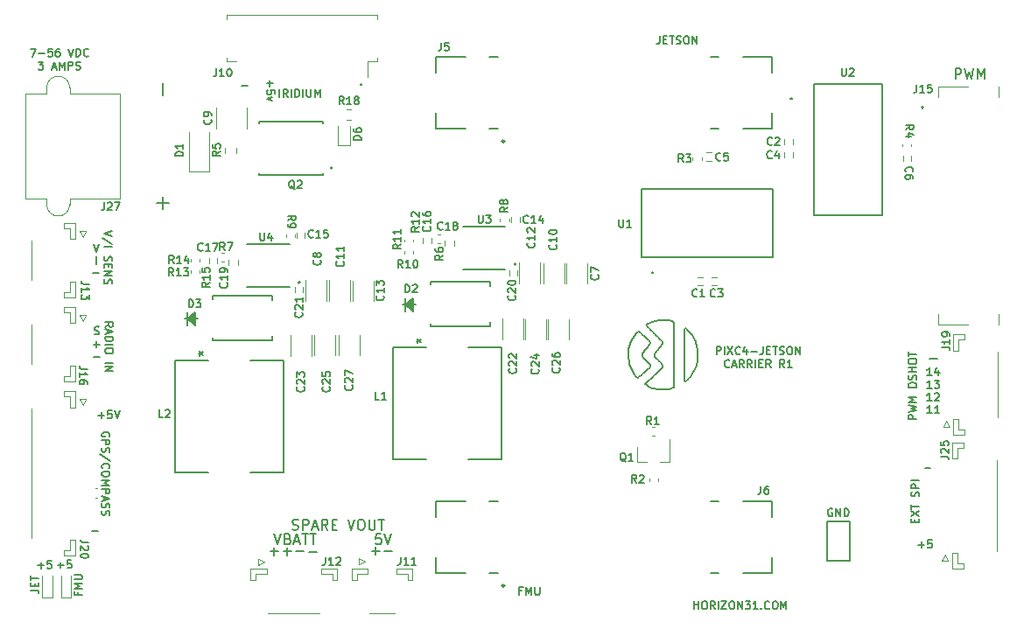
<source format=gbr>
%TF.GenerationSoftware,KiCad,Pcbnew,(5.1.8)-1*%
%TF.CreationDate,2021-06-12T11:00:54-04:00*%
%TF.ProjectId,pixc4-jetson-universal-carrier,70697863-342d-46a6-9574-736f6e2d756e,rev?*%
%TF.SameCoordinates,Original*%
%TF.FileFunction,Legend,Top*%
%TF.FilePolarity,Positive*%
%FSLAX46Y46*%
G04 Gerber Fmt 4.6, Leading zero omitted, Abs format (unit mm)*
G04 Created by KiCad (PCBNEW (5.1.8)-1) date 2021-06-12 11:00:54*
%MOMM*%
%LPD*%
G01*
G04 APERTURE LIST*
%ADD10C,0.127000*%
%ADD11C,0.152400*%
%ADD12C,0.150000*%
%ADD13C,0.203200*%
%ADD14C,0.177800*%
%ADD15C,0.250000*%
%ADD16C,0.120000*%
%ADD17C,0.100000*%
%ADD18C,0.200000*%
G04 APERTURE END LIST*
D10*
X116707557Y-136219474D02*
X116707557Y-135457474D01*
X116707557Y-135820331D02*
X117142985Y-135820331D01*
X117142985Y-136219474D02*
X117142985Y-135457474D01*
X117650985Y-135457474D02*
X117796128Y-135457474D01*
X117868700Y-135493760D01*
X117941271Y-135566331D01*
X117977557Y-135711474D01*
X117977557Y-135965474D01*
X117941271Y-136110617D01*
X117868700Y-136183188D01*
X117796128Y-136219474D01*
X117650985Y-136219474D01*
X117578414Y-136183188D01*
X117505842Y-136110617D01*
X117469557Y-135965474D01*
X117469557Y-135711474D01*
X117505842Y-135566331D01*
X117578414Y-135493760D01*
X117650985Y-135457474D01*
X118739557Y-136219474D02*
X118485557Y-135856617D01*
X118304128Y-136219474D02*
X118304128Y-135457474D01*
X118594414Y-135457474D01*
X118666985Y-135493760D01*
X118703271Y-135530045D01*
X118739557Y-135602617D01*
X118739557Y-135711474D01*
X118703271Y-135784045D01*
X118666985Y-135820331D01*
X118594414Y-135856617D01*
X118304128Y-135856617D01*
X119066128Y-136219474D02*
X119066128Y-135457474D01*
X119356414Y-135457474D02*
X119864414Y-135457474D01*
X119356414Y-136219474D01*
X119864414Y-136219474D01*
X120299842Y-135457474D02*
X120444985Y-135457474D01*
X120517557Y-135493760D01*
X120590128Y-135566331D01*
X120626414Y-135711474D01*
X120626414Y-135965474D01*
X120590128Y-136110617D01*
X120517557Y-136183188D01*
X120444985Y-136219474D01*
X120299842Y-136219474D01*
X120227271Y-136183188D01*
X120154700Y-136110617D01*
X120118414Y-135965474D01*
X120118414Y-135711474D01*
X120154700Y-135566331D01*
X120227271Y-135493760D01*
X120299842Y-135457474D01*
X120952985Y-136219474D02*
X120952985Y-135457474D01*
X121388414Y-136219474D01*
X121388414Y-135457474D01*
X121678700Y-135457474D02*
X122150414Y-135457474D01*
X121896414Y-135747760D01*
X122005271Y-135747760D01*
X122077842Y-135784045D01*
X122114128Y-135820331D01*
X122150414Y-135892902D01*
X122150414Y-136074331D01*
X122114128Y-136146902D01*
X122077842Y-136183188D01*
X122005271Y-136219474D01*
X121787557Y-136219474D01*
X121714985Y-136183188D01*
X121678700Y-136146902D01*
X122876128Y-136219474D02*
X122440700Y-136219474D01*
X122658414Y-136219474D02*
X122658414Y-135457474D01*
X122585842Y-135566331D01*
X122513271Y-135638902D01*
X122440700Y-135675188D01*
X123202700Y-136146902D02*
X123238985Y-136183188D01*
X123202700Y-136219474D01*
X123166414Y-136183188D01*
X123202700Y-136146902D01*
X123202700Y-136219474D01*
X124000985Y-136146902D02*
X123964700Y-136183188D01*
X123855842Y-136219474D01*
X123783271Y-136219474D01*
X123674414Y-136183188D01*
X123601842Y-136110617D01*
X123565557Y-136038045D01*
X123529271Y-135892902D01*
X123529271Y-135784045D01*
X123565557Y-135638902D01*
X123601842Y-135566331D01*
X123674414Y-135493760D01*
X123783271Y-135457474D01*
X123855842Y-135457474D01*
X123964700Y-135493760D01*
X124000985Y-135530045D01*
X124472700Y-135457474D02*
X124617842Y-135457474D01*
X124690414Y-135493760D01*
X124762985Y-135566331D01*
X124799271Y-135711474D01*
X124799271Y-135965474D01*
X124762985Y-136110617D01*
X124690414Y-136183188D01*
X124617842Y-136219474D01*
X124472700Y-136219474D01*
X124400128Y-136183188D01*
X124327557Y-136110617D01*
X124291271Y-135965474D01*
X124291271Y-135711474D01*
X124327557Y-135566331D01*
X124400128Y-135493760D01*
X124472700Y-135457474D01*
X125125842Y-136219474D02*
X125125842Y-135457474D01*
X125379842Y-136001760D01*
X125633842Y-135457474D01*
X125633842Y-136219474D01*
D11*
X115822699Y-114223836D02*
X115969386Y-114113197D01*
X115969386Y-114113197D02*
X116106937Y-113994262D01*
X116106937Y-113994262D02*
X116235360Y-113867552D01*
X116235360Y-113867552D02*
X116354660Y-113733591D01*
X116354660Y-113733591D02*
X116464844Y-113592900D01*
X116464844Y-113592900D02*
X116565920Y-113446002D01*
X116565920Y-113446002D02*
X116657892Y-113293420D01*
X116657892Y-113293420D02*
X116740768Y-113135675D01*
X116740768Y-113135675D02*
X116814555Y-112973292D01*
X116814555Y-112973292D02*
X116879259Y-112806791D01*
X116879259Y-112806791D02*
X116934887Y-112636696D01*
X116934887Y-112636696D02*
X116981445Y-112463529D01*
X116981445Y-112463529D02*
X117018940Y-112287812D01*
X117018940Y-112287812D02*
X117047378Y-112110069D01*
X117047378Y-112110069D02*
X117066767Y-111930821D01*
X117066767Y-111930821D02*
X117077112Y-111750591D01*
X117077112Y-111750591D02*
X117078420Y-111569901D01*
X117078420Y-111569901D02*
X117070698Y-111389275D01*
X117070698Y-111389275D02*
X117053952Y-111209234D01*
X117053952Y-111209234D02*
X117028190Y-111030302D01*
X117028190Y-111030302D02*
X116993417Y-110852999D01*
X116993417Y-110852999D02*
X116949640Y-110677850D01*
X116949640Y-110677850D02*
X116896866Y-110505377D01*
X116896866Y-110505377D02*
X116835101Y-110336101D01*
X116835101Y-110336101D02*
X116764352Y-110170546D01*
X116764352Y-110170546D02*
X116684625Y-110009234D01*
X116684625Y-110009234D02*
X116595928Y-109852688D01*
X116595928Y-109852688D02*
X116498267Y-109701430D01*
X116498267Y-109701430D02*
X116391647Y-109555982D01*
X116391647Y-109555982D02*
X116276077Y-109416867D01*
X116276077Y-109416867D02*
X116151562Y-109284608D01*
X116151562Y-109284608D02*
X116018109Y-109159727D01*
X115748661Y-112409977D02*
X115748663Y-112565898D01*
X115748663Y-112565898D02*
X115748664Y-112723134D01*
X115748664Y-112723134D02*
X115748663Y-112881247D01*
X115748663Y-112881247D02*
X115748662Y-113039799D01*
X115748662Y-113039799D02*
X115748660Y-113198352D01*
X115748660Y-113198352D02*
X115748659Y-113356466D01*
X115748659Y-113356466D02*
X115748659Y-113513703D01*
X115748659Y-113513703D02*
X115748661Y-113669627D01*
X110952002Y-113539897D02*
X111050638Y-113677823D01*
X111050638Y-113677823D02*
X111152095Y-113808573D01*
X111152095Y-113808573D02*
X111312311Y-113822045D01*
X111312311Y-113822045D02*
X111327178Y-113808623D01*
X114740500Y-108472612D02*
X114541711Y-108373531D01*
X114541711Y-108373531D02*
X114326611Y-108303704D01*
X114326611Y-108303704D02*
X114175874Y-108272228D01*
X114175874Y-108272228D02*
X114020474Y-108251989D01*
X114020474Y-108251989D02*
X113861446Y-108242280D01*
X113861446Y-108242280D02*
X113699824Y-108242395D01*
X113699824Y-108242395D02*
X113536643Y-108251628D01*
X113536643Y-108251628D02*
X113372938Y-108269272D01*
X113372938Y-108269272D02*
X113209742Y-108294621D01*
X113209742Y-108294621D02*
X113048091Y-108326969D01*
X113048091Y-108326969D02*
X112889019Y-108365610D01*
X112889019Y-108365610D02*
X112733561Y-108409837D01*
X112733561Y-108409837D02*
X112582751Y-108458945D01*
X112582751Y-108458945D02*
X112437623Y-108512226D01*
X112437623Y-108512226D02*
X112299214Y-108568976D01*
X115748661Y-113669627D02*
X115749825Y-113825098D01*
X115749825Y-113825098D02*
X115741561Y-113984501D01*
X115741561Y-113984501D02*
X115754123Y-114146408D01*
X115754123Y-114146408D02*
X115822699Y-114223836D01*
X111327178Y-113808623D02*
X111445449Y-113705107D01*
X111445449Y-113705107D02*
X111461577Y-113690957D01*
X112299214Y-108568976D02*
X112160250Y-108635471D01*
X112160250Y-108635471D02*
X112093393Y-108777514D01*
X112093393Y-108777514D02*
X112213824Y-108907106D01*
X112213824Y-108907106D02*
X112234989Y-108925227D01*
X115748661Y-109103394D02*
X115748661Y-109309695D01*
X115748661Y-109309695D02*
X115748661Y-109516140D01*
X115748661Y-109516140D02*
X115748661Y-109722709D01*
X115748661Y-109722709D02*
X115748661Y-109929381D01*
X115748661Y-109929381D02*
X115748661Y-110136135D01*
X115748661Y-110136135D02*
X115748660Y-110342951D01*
X115748660Y-110342951D02*
X115748660Y-110549808D01*
X115748660Y-110549808D02*
X115748660Y-110756686D01*
X115748660Y-110756686D02*
X115748660Y-110963563D01*
X115748660Y-110963563D02*
X115748660Y-111170420D01*
X115748660Y-111170420D02*
X115748660Y-111377236D01*
X115748660Y-111377236D02*
X115748660Y-111583990D01*
X115748660Y-111583990D02*
X115748660Y-111790662D01*
X115748660Y-111790662D02*
X115748660Y-111997231D01*
X115748660Y-111997231D02*
X115748660Y-112203676D01*
X115748660Y-112203676D02*
X115748661Y-112409977D01*
X111461577Y-113690957D02*
X111603208Y-113566989D01*
X111603208Y-113566989D02*
X111744960Y-113442917D01*
X111744960Y-113442917D02*
X111886777Y-113318789D01*
X111886777Y-113318789D02*
X112028605Y-113194651D01*
X112028605Y-113194651D02*
X112170389Y-113070552D01*
X112170389Y-113070552D02*
X112312076Y-112946537D01*
X112312076Y-112946537D02*
X112368711Y-112896966D01*
X112234989Y-108925227D02*
X112353717Y-109042003D01*
X112353717Y-109042003D02*
X112472853Y-109159170D01*
X112472853Y-109159170D02*
X112592154Y-109276493D01*
X112592154Y-109276493D02*
X112711376Y-109393737D01*
X112711376Y-109393737D02*
X112830277Y-109510667D01*
X112830277Y-109510667D02*
X112869798Y-109549534D01*
X116018109Y-109159727D02*
X115902127Y-109056793D01*
X115902127Y-109056793D02*
X115752420Y-109087649D01*
X115752420Y-109087649D02*
X115748661Y-109103394D01*
X112113754Y-110008913D02*
X111982424Y-109894891D01*
X111982424Y-109894891D02*
X111850912Y-109780708D01*
X111850912Y-109780708D02*
X111719327Y-109666460D01*
X111719327Y-109666460D02*
X111587779Y-109552244D01*
X111587779Y-109552244D02*
X111456377Y-109438157D01*
X111456377Y-109438157D02*
X111412628Y-109400174D01*
X112368711Y-112896966D02*
X112441812Y-112759442D01*
X112441812Y-112759442D02*
X112432276Y-112602443D01*
X112432276Y-112602443D02*
X112351991Y-112454695D01*
X112351991Y-112454695D02*
X112251832Y-112339827D01*
X112251832Y-112339827D02*
X112144635Y-112239692D01*
X112214944Y-110871096D02*
X112320720Y-110750719D01*
X112320720Y-110750719D02*
X112408588Y-110614253D01*
X112408588Y-110614253D02*
X112453207Y-110468386D01*
X112453207Y-110468386D02*
X112418736Y-110298753D01*
X112418736Y-110298753D02*
X112374993Y-110236267D01*
X112144635Y-112239692D02*
X112032479Y-112127502D01*
X112032479Y-112127502D02*
X111920125Y-112015141D01*
X111920125Y-112015141D02*
X111888168Y-111983184D01*
X111888168Y-111983184D02*
X111777059Y-111873558D01*
X111777059Y-111873558D02*
X111689756Y-111746641D01*
X111689756Y-111746641D02*
X111673583Y-111587435D01*
X111673583Y-111587435D02*
X111738765Y-111445694D01*
X111738765Y-111445694D02*
X111841657Y-111317284D01*
X111841657Y-111317284D02*
X111899049Y-111250185D01*
X112374993Y-110236267D02*
X112252815Y-110129526D01*
X112252815Y-110129526D02*
X112129876Y-110022979D01*
X112129876Y-110022979D02*
X112113754Y-110008913D01*
X111899049Y-111250185D02*
X111997665Y-111131834D01*
X111997665Y-111131834D02*
X112096550Y-111013168D01*
X112096550Y-111013168D02*
X112195261Y-110894714D01*
X112195261Y-110894714D02*
X112214944Y-110871096D01*
X111274828Y-109327384D02*
X111079658Y-109538221D01*
X111079658Y-109538221D02*
X110907752Y-109766077D01*
X110907752Y-109766077D02*
X110759124Y-110008801D01*
X110759124Y-110008801D02*
X110633789Y-110264247D01*
X110633789Y-110264247D02*
X110531761Y-110530266D01*
X110531761Y-110530266D02*
X110453056Y-110804709D01*
X110453056Y-110804709D02*
X110397688Y-111085429D01*
X110397688Y-111085429D02*
X110365672Y-111370277D01*
X110365672Y-111370277D02*
X110357023Y-111657105D01*
X110357023Y-111657105D02*
X110371755Y-111943765D01*
X110371755Y-111943765D02*
X110409885Y-112228109D01*
X110409885Y-112228109D02*
X110471426Y-112507988D01*
X110471426Y-112507988D02*
X110556393Y-112781255D01*
X110556393Y-112781255D02*
X110664802Y-113045761D01*
X110664802Y-113045761D02*
X110796666Y-113299357D01*
X110796666Y-113299357D02*
X110952002Y-113539897D01*
X111412628Y-109400174D02*
X111274828Y-109327384D01*
X112990336Y-111888832D02*
X113099098Y-111997607D01*
X113099098Y-111997607D02*
X113208075Y-112106592D01*
X113208075Y-112106592D02*
X113316921Y-112215439D01*
X113316921Y-112215439D02*
X113338645Y-112237162D01*
X113415990Y-110865612D02*
X113310369Y-110992376D01*
X113310369Y-110992376D02*
X113204490Y-111119436D01*
X113204490Y-111119436D02*
X113098773Y-111246298D01*
X113098773Y-111246298D02*
X113077686Y-111271603D01*
X113570473Y-112920325D02*
X113424889Y-113060137D01*
X113424889Y-113060137D02*
X113278835Y-113199760D01*
X113278835Y-113199760D02*
X113132444Y-113339236D01*
X113132444Y-113339236D02*
X112985848Y-113478606D01*
X112985848Y-113478606D02*
X112839180Y-113617910D01*
X112839180Y-113617910D02*
X112692574Y-113757189D01*
X112692574Y-113757189D02*
X112546163Y-113896486D01*
X112546163Y-113896486D02*
X112400080Y-114035840D01*
X113338645Y-112237162D02*
X113466840Y-112358895D01*
X113466840Y-112358895D02*
X113561348Y-112479581D01*
X113561348Y-112479581D02*
X113630140Y-112634545D01*
X113630140Y-112634545D02*
X113628932Y-112799480D01*
X113628932Y-112799480D02*
X113570473Y-112920325D01*
X113077686Y-111271603D02*
X112966126Y-111399674D01*
X112966126Y-111399674D02*
X112883506Y-111533502D01*
X112883506Y-111533502D02*
X112858692Y-111690705D01*
X112858692Y-111690705D02*
X112927788Y-111829537D01*
X112927788Y-111829537D02*
X112990336Y-111888832D01*
X114740492Y-114772822D02*
X114740492Y-114576101D01*
X114740492Y-114576101D02*
X114740492Y-114379349D01*
X114740492Y-114379349D02*
X114740493Y-114182568D01*
X114740493Y-114182568D02*
X114740493Y-113985759D01*
X114740493Y-113985759D02*
X114740494Y-113788925D01*
X114740494Y-113788925D02*
X114740494Y-113592069D01*
X114740494Y-113592069D02*
X114740495Y-113395191D01*
X114740495Y-113395191D02*
X114740495Y-113198295D01*
X114740495Y-113198295D02*
X114740495Y-113001382D01*
X114740495Y-113001382D02*
X114740496Y-112804454D01*
X114740496Y-112804454D02*
X114740496Y-112607514D01*
X114740496Y-112607514D02*
X114740496Y-112410563D01*
X114740496Y-112410563D02*
X114740497Y-112213605D01*
X114740497Y-112213605D02*
X114740497Y-112016640D01*
X114740497Y-112016640D02*
X114740497Y-111819671D01*
X114740497Y-111819671D02*
X114740498Y-111622700D01*
X114740498Y-111622700D02*
X114740498Y-111425729D01*
X114740498Y-111425729D02*
X114740498Y-111228760D01*
X114740498Y-111228760D02*
X114740499Y-111031796D01*
X114740499Y-111031796D02*
X114740499Y-110834838D01*
X114740499Y-110834838D02*
X114740499Y-110637889D01*
X114740499Y-110637889D02*
X114740499Y-110440950D01*
X114740499Y-110440950D02*
X114740499Y-110244024D01*
X114740499Y-110244024D02*
X114740499Y-110047113D01*
X114740499Y-110047113D02*
X114740499Y-109850219D01*
X114740499Y-109850219D02*
X114740500Y-109653344D01*
X114740500Y-109653344D02*
X114740500Y-109456490D01*
X114740500Y-109456490D02*
X114740500Y-109259659D01*
X114740500Y-109259659D02*
X114740500Y-109062854D01*
X114740500Y-109062854D02*
X114740500Y-108866076D01*
X114740500Y-108866076D02*
X114740500Y-108669328D01*
X114740500Y-108669328D02*
X114740500Y-108472612D01*
X113413943Y-110084655D02*
X113539855Y-110207259D01*
X113539855Y-110207259D02*
X113623217Y-110351011D01*
X113623217Y-110351011D02*
X113634566Y-110517722D01*
X113634566Y-110517722D02*
X113577432Y-110663064D01*
X113577432Y-110663064D02*
X113487196Y-110788116D01*
X113487196Y-110788116D02*
X113415990Y-110865612D01*
X111995745Y-114427814D02*
X112106237Y-114569159D01*
X112106237Y-114569159D02*
X112299040Y-114693036D01*
X112299040Y-114693036D02*
X112464427Y-114765046D01*
X112464427Y-114765046D02*
X112653081Y-114827990D01*
X112653081Y-114827990D02*
X112859674Y-114881345D01*
X112859674Y-114881345D02*
X113078882Y-114924591D01*
X113078882Y-114924591D02*
X113305376Y-114957205D01*
X113305376Y-114957205D02*
X113533832Y-114978666D01*
X113533832Y-114978666D02*
X113758921Y-114988453D01*
X113758921Y-114988453D02*
X113975318Y-114986044D01*
X113975318Y-114986044D02*
X114177696Y-114970919D01*
X114177696Y-114970919D02*
X114360729Y-114942556D01*
X114360729Y-114942556D02*
X114519091Y-114900432D01*
X114519091Y-114900432D02*
X114698721Y-114810308D01*
X114698721Y-114810308D02*
X114740492Y-114772822D01*
X112869798Y-109549534D02*
X112988485Y-109666259D01*
X112988485Y-109666259D02*
X113107752Y-109783544D01*
X113107752Y-109783544D02*
X113227146Y-109900954D01*
X113227146Y-109900954D02*
X113346218Y-110018050D01*
X113346218Y-110018050D02*
X113413943Y-110084655D01*
X112400080Y-114035840D02*
X112286143Y-114145038D01*
X112286143Y-114145038D02*
X112169138Y-114253780D01*
X112169138Y-114253780D02*
X112055310Y-114364522D01*
X112055310Y-114364522D02*
X111995745Y-114427814D01*
D12*
X77840438Y-128509661D02*
X77983295Y-128557280D01*
X78221390Y-128557280D01*
X78316628Y-128509661D01*
X78364247Y-128462042D01*
X78411866Y-128366804D01*
X78411866Y-128271566D01*
X78364247Y-128176328D01*
X78316628Y-128128709D01*
X78221390Y-128081090D01*
X78030914Y-128033471D01*
X77935676Y-127985852D01*
X77888057Y-127938233D01*
X77840438Y-127842995D01*
X77840438Y-127747757D01*
X77888057Y-127652519D01*
X77935676Y-127604900D01*
X78030914Y-127557280D01*
X78269009Y-127557280D01*
X78411866Y-127604900D01*
X78840438Y-128557280D02*
X78840438Y-127557280D01*
X79221390Y-127557280D01*
X79316628Y-127604900D01*
X79364247Y-127652519D01*
X79411866Y-127747757D01*
X79411866Y-127890614D01*
X79364247Y-127985852D01*
X79316628Y-128033471D01*
X79221390Y-128081090D01*
X78840438Y-128081090D01*
X79792819Y-128271566D02*
X80269009Y-128271566D01*
X79697580Y-128557280D02*
X80030914Y-127557280D01*
X80364247Y-128557280D01*
X81269009Y-128557280D02*
X80935676Y-128081090D01*
X80697580Y-128557280D02*
X80697580Y-127557280D01*
X81078533Y-127557280D01*
X81173771Y-127604900D01*
X81221390Y-127652519D01*
X81269009Y-127747757D01*
X81269009Y-127890614D01*
X81221390Y-127985852D01*
X81173771Y-128033471D01*
X81078533Y-128081090D01*
X80697580Y-128081090D01*
X81697580Y-128033471D02*
X82030914Y-128033471D01*
X82173771Y-128557280D02*
X81697580Y-128557280D01*
X81697580Y-127557280D01*
X82173771Y-127557280D01*
X83221390Y-127557280D02*
X83554723Y-128557280D01*
X83888057Y-127557280D01*
X84411866Y-127557280D02*
X84602342Y-127557280D01*
X84697580Y-127604900D01*
X84792819Y-127700138D01*
X84840438Y-127890614D01*
X84840438Y-128223947D01*
X84792819Y-128414423D01*
X84697580Y-128509661D01*
X84602342Y-128557280D01*
X84411866Y-128557280D01*
X84316628Y-128509661D01*
X84221390Y-128414423D01*
X84173771Y-128223947D01*
X84173771Y-127890614D01*
X84221390Y-127700138D01*
X84316628Y-127604900D01*
X84411866Y-127557280D01*
X85269009Y-127557280D02*
X85269009Y-128366804D01*
X85316628Y-128462042D01*
X85364247Y-128509661D01*
X85459485Y-128557280D01*
X85649961Y-128557280D01*
X85745200Y-128509661D01*
X85792819Y-128462042D01*
X85840438Y-128366804D01*
X85840438Y-127557280D01*
X86173771Y-127557280D02*
X86745200Y-127557280D01*
X86459485Y-128557280D02*
X86459485Y-127557280D01*
D10*
X72937914Y-85614328D02*
X73518485Y-85614328D01*
X75650271Y-85060971D02*
X75650271Y-85641542D01*
X75359985Y-85351257D02*
X75940557Y-85351257D01*
X76121985Y-86367257D02*
X76121985Y-86004400D01*
X75759128Y-85968114D01*
X75795414Y-86004400D01*
X75831700Y-86076971D01*
X75831700Y-86258400D01*
X75795414Y-86330971D01*
X75759128Y-86367257D01*
X75686557Y-86403542D01*
X75505128Y-86403542D01*
X75432557Y-86367257D01*
X75396271Y-86330971D01*
X75359985Y-86258400D01*
X75359985Y-86076971D01*
X75396271Y-86004400D01*
X75432557Y-85968114D01*
X75867985Y-86657542D02*
X75359985Y-86838971D01*
X75867985Y-87020400D01*
X58536114Y-103696588D02*
X59116685Y-103696588D01*
X58836560Y-102838794D02*
X58836560Y-102076794D01*
X58582560Y-100857594D02*
X58836560Y-101619594D01*
X59090560Y-100857594D01*
X60407005Y-99630411D02*
X59645005Y-99884411D01*
X60407005Y-100138411D01*
X60443291Y-100936697D02*
X59463577Y-100283554D01*
X59645005Y-101190697D02*
X60407005Y-101190697D01*
X59681291Y-102097840D02*
X59645005Y-102206697D01*
X59645005Y-102388125D01*
X59681291Y-102460697D01*
X59717577Y-102496982D01*
X59790148Y-102533268D01*
X59862720Y-102533268D01*
X59935291Y-102496982D01*
X59971577Y-102460697D01*
X60007862Y-102388125D01*
X60044148Y-102242982D01*
X60080434Y-102170411D01*
X60116720Y-102134125D01*
X60189291Y-102097840D01*
X60261862Y-102097840D01*
X60334434Y-102134125D01*
X60370720Y-102170411D01*
X60407005Y-102242982D01*
X60407005Y-102424411D01*
X60370720Y-102533268D01*
X60044148Y-102859840D02*
X60044148Y-103113840D01*
X59645005Y-103222697D02*
X59645005Y-102859840D01*
X60407005Y-102859840D01*
X60407005Y-103222697D01*
X59645005Y-103549268D02*
X60407005Y-103549268D01*
X59645005Y-103984697D01*
X60407005Y-103984697D01*
X59681291Y-104311268D02*
X59645005Y-104420125D01*
X59645005Y-104601554D01*
X59681291Y-104674125D01*
X59717577Y-104710411D01*
X59790148Y-104746697D01*
X59862720Y-104746697D01*
X59935291Y-104710411D01*
X59971577Y-104674125D01*
X60007862Y-104601554D01*
X60044148Y-104456411D01*
X60080434Y-104383840D01*
X60116720Y-104347554D01*
X60189291Y-104311268D01*
X60261862Y-104311268D01*
X60334434Y-104347554D01*
X60370720Y-104383840D01*
X60407005Y-104456411D01*
X60407005Y-104637840D01*
X60370720Y-104746697D01*
X58695045Y-109614788D02*
X58803902Y-109651074D01*
X58985331Y-109651074D01*
X59057902Y-109614788D01*
X59094188Y-109578502D01*
X59130474Y-109505931D01*
X59130474Y-109433360D01*
X59094188Y-109360788D01*
X59057902Y-109324502D01*
X58985331Y-109288217D01*
X58840188Y-109251931D01*
X58767617Y-109215645D01*
X58731331Y-109179360D01*
X58695045Y-109106788D01*
X58695045Y-109034217D01*
X58731331Y-108961645D01*
X58767617Y-108925360D01*
X58840188Y-108889074D01*
X59021617Y-108889074D01*
X59130474Y-108925360D01*
X58627554Y-111855068D02*
X59208125Y-111855068D01*
X58617394Y-110610468D02*
X59197965Y-110610468D01*
X58907680Y-110900754D02*
X58907680Y-110320182D01*
X59736445Y-108902137D02*
X60099302Y-108648137D01*
X59736445Y-108466708D02*
X60498445Y-108466708D01*
X60498445Y-108756994D01*
X60462160Y-108829565D01*
X60425874Y-108865851D01*
X60353302Y-108902137D01*
X60244445Y-108902137D01*
X60171874Y-108865851D01*
X60135588Y-108829565D01*
X60099302Y-108756994D01*
X60099302Y-108466708D01*
X59954160Y-109192422D02*
X59954160Y-109555280D01*
X59736445Y-109119851D02*
X60498445Y-109373851D01*
X59736445Y-109627851D01*
X59736445Y-109881851D02*
X60498445Y-109881851D01*
X60498445Y-110063280D01*
X60462160Y-110172137D01*
X60389588Y-110244708D01*
X60317017Y-110280994D01*
X60171874Y-110317280D01*
X60063017Y-110317280D01*
X59917874Y-110280994D01*
X59845302Y-110244708D01*
X59772731Y-110172137D01*
X59736445Y-110063280D01*
X59736445Y-109881851D01*
X59736445Y-110643851D02*
X60498445Y-110643851D01*
X60498445Y-111151851D02*
X60498445Y-111296994D01*
X60462160Y-111369565D01*
X60389588Y-111442137D01*
X60244445Y-111478422D01*
X59990445Y-111478422D01*
X59845302Y-111442137D01*
X59772731Y-111369565D01*
X59736445Y-111296994D01*
X59736445Y-111151851D01*
X59772731Y-111079280D01*
X59845302Y-111006708D01*
X59990445Y-110970422D01*
X60244445Y-110970422D01*
X60389588Y-111006708D01*
X60462160Y-111079280D01*
X60498445Y-111151851D01*
X59736445Y-112385565D02*
X60498445Y-112385565D01*
X59736445Y-112748422D02*
X60498445Y-112748422D01*
X59736445Y-113183851D01*
X60498445Y-113183851D01*
X58459914Y-128667328D02*
X59040485Y-128667328D01*
X59070965Y-117478628D02*
X59651537Y-117478628D01*
X59361251Y-117768914D02*
X59361251Y-117188342D01*
X60377251Y-117006914D02*
X60014394Y-117006914D01*
X59978108Y-117369771D01*
X60014394Y-117333485D01*
X60086965Y-117297200D01*
X60268394Y-117297200D01*
X60340965Y-117333485D01*
X60377251Y-117369771D01*
X60413537Y-117442342D01*
X60413537Y-117623771D01*
X60377251Y-117696342D01*
X60340965Y-117732628D01*
X60268394Y-117768914D01*
X60086965Y-117768914D01*
X60014394Y-117732628D01*
X59978108Y-117696342D01*
X60631251Y-117006914D02*
X60885251Y-117768914D01*
X61139251Y-117006914D01*
X60137040Y-119506274D02*
X60173325Y-119433702D01*
X60173325Y-119324845D01*
X60137040Y-119215988D01*
X60064468Y-119143417D01*
X59991897Y-119107131D01*
X59846754Y-119070845D01*
X59737897Y-119070845D01*
X59592754Y-119107131D01*
X59520182Y-119143417D01*
X59447611Y-119215988D01*
X59411325Y-119324845D01*
X59411325Y-119397417D01*
X59447611Y-119506274D01*
X59483897Y-119542560D01*
X59737897Y-119542560D01*
X59737897Y-119397417D01*
X59411325Y-119869131D02*
X60173325Y-119869131D01*
X60173325Y-120159417D01*
X60137040Y-120231988D01*
X60100754Y-120268274D01*
X60028182Y-120304560D01*
X59919325Y-120304560D01*
X59846754Y-120268274D01*
X59810468Y-120231988D01*
X59774182Y-120159417D01*
X59774182Y-119869131D01*
X59447611Y-120594845D02*
X59411325Y-120703702D01*
X59411325Y-120885131D01*
X59447611Y-120957702D01*
X59483897Y-120993988D01*
X59556468Y-121030274D01*
X59629040Y-121030274D01*
X59701611Y-120993988D01*
X59737897Y-120957702D01*
X59774182Y-120885131D01*
X59810468Y-120739988D01*
X59846754Y-120667417D01*
X59883040Y-120631131D01*
X59955611Y-120594845D01*
X60028182Y-120594845D01*
X60100754Y-120631131D01*
X60137040Y-120667417D01*
X60173325Y-120739988D01*
X60173325Y-120921417D01*
X60137040Y-121030274D01*
X60209611Y-121901131D02*
X59229897Y-121247988D01*
X59483897Y-122590560D02*
X59447611Y-122554274D01*
X59411325Y-122445417D01*
X59411325Y-122372845D01*
X59447611Y-122263988D01*
X59520182Y-122191417D01*
X59592754Y-122155131D01*
X59737897Y-122118845D01*
X59846754Y-122118845D01*
X59991897Y-122155131D01*
X60064468Y-122191417D01*
X60137040Y-122263988D01*
X60173325Y-122372845D01*
X60173325Y-122445417D01*
X60137040Y-122554274D01*
X60100754Y-122590560D01*
X60173325Y-123062274D02*
X60173325Y-123207417D01*
X60137040Y-123279988D01*
X60064468Y-123352560D01*
X59919325Y-123388845D01*
X59665325Y-123388845D01*
X59520182Y-123352560D01*
X59447611Y-123279988D01*
X59411325Y-123207417D01*
X59411325Y-123062274D01*
X59447611Y-122989702D01*
X59520182Y-122917131D01*
X59665325Y-122880845D01*
X59919325Y-122880845D01*
X60064468Y-122917131D01*
X60137040Y-122989702D01*
X60173325Y-123062274D01*
X59411325Y-123715417D02*
X60173325Y-123715417D01*
X59629040Y-123969417D01*
X60173325Y-124223417D01*
X59411325Y-124223417D01*
X59411325Y-124586274D02*
X60173325Y-124586274D01*
X60173325Y-124876560D01*
X60137040Y-124949131D01*
X60100754Y-124985417D01*
X60028182Y-125021702D01*
X59919325Y-125021702D01*
X59846754Y-124985417D01*
X59810468Y-124949131D01*
X59774182Y-124876560D01*
X59774182Y-124586274D01*
X59629040Y-125311988D02*
X59629040Y-125674845D01*
X59411325Y-125239417D02*
X60173325Y-125493417D01*
X59411325Y-125747417D01*
X59447611Y-125965131D02*
X59411325Y-126073988D01*
X59411325Y-126255417D01*
X59447611Y-126327988D01*
X59483897Y-126364274D01*
X59556468Y-126400560D01*
X59629040Y-126400560D01*
X59701611Y-126364274D01*
X59737897Y-126327988D01*
X59774182Y-126255417D01*
X59810468Y-126110274D01*
X59846754Y-126037702D01*
X59883040Y-126001417D01*
X59955611Y-125965131D01*
X60028182Y-125965131D01*
X60100754Y-126001417D01*
X60137040Y-126037702D01*
X60173325Y-126110274D01*
X60173325Y-126291702D01*
X60137040Y-126400560D01*
X59447611Y-126690845D02*
X59411325Y-126799702D01*
X59411325Y-126981131D01*
X59447611Y-127053702D01*
X59483897Y-127089988D01*
X59556468Y-127126274D01*
X59629040Y-127126274D01*
X59701611Y-127089988D01*
X59737897Y-127053702D01*
X59774182Y-126981131D01*
X59810468Y-126835988D01*
X59846754Y-126763417D01*
X59883040Y-126727131D01*
X59955611Y-126690845D01*
X60028182Y-126690845D01*
X60100754Y-126727131D01*
X60137040Y-126763417D01*
X60173325Y-126835988D01*
X60173325Y-127017417D01*
X60137040Y-127126274D01*
X139018554Y-122558628D02*
X139599125Y-122558628D01*
X138401697Y-130016068D02*
X138982268Y-130016068D01*
X138691982Y-130306354D02*
X138691982Y-129725782D01*
X139707982Y-129544354D02*
X139345125Y-129544354D01*
X139308840Y-129907211D01*
X139345125Y-129870925D01*
X139417697Y-129834640D01*
X139599125Y-129834640D01*
X139671697Y-129870925D01*
X139707982Y-129907211D01*
X139744268Y-129979782D01*
X139744268Y-130161211D01*
X139707982Y-130233782D01*
X139671697Y-130270068D01*
X139599125Y-130306354D01*
X139417697Y-130306354D01*
X139345125Y-130270068D01*
X139308840Y-130233782D01*
X139697097Y-113623634D02*
X139261668Y-113623634D01*
X139479382Y-113623634D02*
X139479382Y-112861634D01*
X139406811Y-112970491D01*
X139334240Y-113043062D01*
X139261668Y-113079348D01*
X140350240Y-113115634D02*
X140350240Y-113623634D01*
X140168811Y-112825348D02*
X139987382Y-113369634D01*
X140459097Y-113369634D01*
X139697097Y-114841140D02*
X139261668Y-114841140D01*
X139479382Y-114841140D02*
X139479382Y-114079140D01*
X139406811Y-114187997D01*
X139334240Y-114260568D01*
X139261668Y-114296854D01*
X139951097Y-114079140D02*
X140422811Y-114079140D01*
X140168811Y-114369426D01*
X140277668Y-114369426D01*
X140350240Y-114405711D01*
X140386525Y-114441997D01*
X140422811Y-114514568D01*
X140422811Y-114695997D01*
X140386525Y-114768568D01*
X140350240Y-114804854D01*
X140277668Y-114841140D01*
X140059954Y-114841140D01*
X139987382Y-114804854D01*
X139951097Y-114768568D01*
X139697097Y-116058646D02*
X139261668Y-116058646D01*
X139479382Y-116058646D02*
X139479382Y-115296646D01*
X139406811Y-115405503D01*
X139334240Y-115478074D01*
X139261668Y-115514360D01*
X139987382Y-115369217D02*
X140023668Y-115332932D01*
X140096240Y-115296646D01*
X140277668Y-115296646D01*
X140350240Y-115332932D01*
X140386525Y-115369217D01*
X140422811Y-115441789D01*
X140422811Y-115514360D01*
X140386525Y-115623217D01*
X139951097Y-116058646D01*
X140422811Y-116058646D01*
X139697097Y-117276152D02*
X139261668Y-117276152D01*
X139479382Y-117276152D02*
X139479382Y-116514152D01*
X139406811Y-116623009D01*
X139334240Y-116695580D01*
X139261668Y-116731866D01*
X140422811Y-117276152D02*
X139987382Y-117276152D01*
X140205097Y-117276152D02*
X140205097Y-116514152D01*
X140132525Y-116623009D01*
X140059954Y-116695580D01*
X139987382Y-116731866D01*
D12*
X140253672Y-112008611D02*
X139491767Y-112008611D01*
D10*
X138075851Y-127853440D02*
X138075851Y-127599440D01*
X138474994Y-127490582D02*
X138474994Y-127853440D01*
X137712994Y-127853440D01*
X137712994Y-127490582D01*
X137712994Y-127236582D02*
X138474994Y-126728582D01*
X137712994Y-126728582D02*
X138474994Y-127236582D01*
X137712994Y-126547154D02*
X137712994Y-126111725D01*
X138474994Y-126329440D02*
X137712994Y-126329440D01*
X138438708Y-125313440D02*
X138474994Y-125204582D01*
X138474994Y-125023154D01*
X138438708Y-124950582D01*
X138402422Y-124914297D01*
X138329851Y-124878011D01*
X138257280Y-124878011D01*
X138184708Y-124914297D01*
X138148422Y-124950582D01*
X138112137Y-125023154D01*
X138075851Y-125168297D01*
X138039565Y-125240868D01*
X138003280Y-125277154D01*
X137930708Y-125313440D01*
X137858137Y-125313440D01*
X137785565Y-125277154D01*
X137749280Y-125240868D01*
X137712994Y-125168297D01*
X137712994Y-124986868D01*
X137749280Y-124878011D01*
X138474994Y-124551440D02*
X137712994Y-124551440D01*
X137712994Y-124261154D01*
X137749280Y-124188582D01*
X137785565Y-124152297D01*
X137858137Y-124116011D01*
X137966994Y-124116011D01*
X138039565Y-124152297D01*
X138075851Y-124188582D01*
X138112137Y-124261154D01*
X138112137Y-124551440D01*
X138474994Y-123789440D02*
X137712994Y-123789440D01*
X138215914Y-117836042D02*
X137453914Y-117836042D01*
X137453914Y-117545757D01*
X137490200Y-117473185D01*
X137526485Y-117436900D01*
X137599057Y-117400614D01*
X137707914Y-117400614D01*
X137780485Y-117436900D01*
X137816771Y-117473185D01*
X137853057Y-117545757D01*
X137853057Y-117836042D01*
X137453914Y-117146614D02*
X138215914Y-116965185D01*
X137671628Y-116820042D01*
X138215914Y-116674900D01*
X137453914Y-116493471D01*
X138215914Y-116203185D02*
X137453914Y-116203185D01*
X137998200Y-115949185D01*
X137453914Y-115695185D01*
X138215914Y-115695185D01*
X138215914Y-114751757D02*
X137453914Y-114751757D01*
X137453914Y-114570328D01*
X137490200Y-114461471D01*
X137562771Y-114388900D01*
X137635342Y-114352614D01*
X137780485Y-114316328D01*
X137889342Y-114316328D01*
X138034485Y-114352614D01*
X138107057Y-114388900D01*
X138179628Y-114461471D01*
X138215914Y-114570328D01*
X138215914Y-114751757D01*
X138179628Y-114026042D02*
X138215914Y-113917185D01*
X138215914Y-113735757D01*
X138179628Y-113663185D01*
X138143342Y-113626900D01*
X138070771Y-113590614D01*
X137998200Y-113590614D01*
X137925628Y-113626900D01*
X137889342Y-113663185D01*
X137853057Y-113735757D01*
X137816771Y-113880900D01*
X137780485Y-113953471D01*
X137744200Y-113989757D01*
X137671628Y-114026042D01*
X137599057Y-114026042D01*
X137526485Y-113989757D01*
X137490200Y-113953471D01*
X137453914Y-113880900D01*
X137453914Y-113699471D01*
X137490200Y-113590614D01*
X138215914Y-113264042D02*
X137453914Y-113264042D01*
X137816771Y-113264042D02*
X137816771Y-112828614D01*
X138215914Y-112828614D02*
X137453914Y-112828614D01*
X137453914Y-112320614D02*
X137453914Y-112175471D01*
X137490200Y-112102900D01*
X137562771Y-112030328D01*
X137707914Y-111994042D01*
X137961914Y-111994042D01*
X138107057Y-112030328D01*
X138179628Y-112102900D01*
X138215914Y-112175471D01*
X138215914Y-112320614D01*
X138179628Y-112393185D01*
X138107057Y-112465757D01*
X137961914Y-112502042D01*
X137707914Y-112502042D01*
X137562771Y-112465757D01*
X137490200Y-112393185D01*
X137453914Y-112320614D01*
X137453914Y-111776328D02*
X137453914Y-111340900D01*
X138215914Y-111558614D02*
X137453914Y-111558614D01*
D12*
X141983318Y-84907380D02*
X141983318Y-83907380D01*
X142364270Y-83907380D01*
X142459508Y-83955000D01*
X142507127Y-84002619D01*
X142554746Y-84097857D01*
X142554746Y-84240714D01*
X142507127Y-84335952D01*
X142459508Y-84383571D01*
X142364270Y-84431190D01*
X141983318Y-84431190D01*
X142888080Y-83907380D02*
X143126175Y-84907380D01*
X143316651Y-84193095D01*
X143507127Y-84907380D01*
X143745222Y-83907380D01*
X144126175Y-84907380D02*
X144126175Y-83907380D01*
X144459508Y-84621666D01*
X144792841Y-83907380D01*
X144792841Y-84907380D01*
D13*
X84467700Y-85403871D02*
X84407223Y-85464347D01*
X84467700Y-85524823D01*
X84528176Y-85464347D01*
X84467700Y-85403871D01*
X84467700Y-85524823D01*
D14*
X112649000Y-103601157D02*
X112600619Y-103649538D01*
X112649000Y-103697919D01*
X112697380Y-103649538D01*
X112649000Y-103601157D01*
X112649000Y-103697919D01*
D12*
X86746127Y-130614728D02*
X87508032Y-130614728D01*
X85534547Y-130596948D02*
X86296452Y-130596948D01*
X85915500Y-130977900D02*
X85915500Y-130215996D01*
D10*
X76602771Y-86666614D02*
X76602771Y-85904614D01*
X77401057Y-86666614D02*
X77147057Y-86303757D01*
X76965628Y-86666614D02*
X76965628Y-85904614D01*
X77255914Y-85904614D01*
X77328485Y-85940900D01*
X77364771Y-85977185D01*
X77401057Y-86049757D01*
X77401057Y-86158614D01*
X77364771Y-86231185D01*
X77328485Y-86267471D01*
X77255914Y-86303757D01*
X76965628Y-86303757D01*
X77727628Y-86666614D02*
X77727628Y-85904614D01*
X78090485Y-86666614D02*
X78090485Y-85904614D01*
X78271914Y-85904614D01*
X78380771Y-85940900D01*
X78453342Y-86013471D01*
X78489628Y-86086042D01*
X78525914Y-86231185D01*
X78525914Y-86340042D01*
X78489628Y-86485185D01*
X78453342Y-86557757D01*
X78380771Y-86630328D01*
X78271914Y-86666614D01*
X78090485Y-86666614D01*
X78852485Y-86666614D02*
X78852485Y-85904614D01*
X79215342Y-85904614D02*
X79215342Y-86521471D01*
X79251628Y-86594042D01*
X79287914Y-86630328D01*
X79360485Y-86666614D01*
X79505628Y-86666614D01*
X79578200Y-86630328D01*
X79614485Y-86594042D01*
X79650771Y-86521471D01*
X79650771Y-85904614D01*
X80013628Y-86666614D02*
X80013628Y-85904614D01*
X80267628Y-86448900D01*
X80521628Y-85904614D01*
X80521628Y-86666614D01*
X52503614Y-81980314D02*
X53011614Y-81980314D01*
X52685042Y-82742314D01*
X53301900Y-82452028D02*
X53882471Y-82452028D01*
X54608185Y-81980314D02*
X54245328Y-81980314D01*
X54209042Y-82343171D01*
X54245328Y-82306885D01*
X54317900Y-82270600D01*
X54499328Y-82270600D01*
X54571900Y-82306885D01*
X54608185Y-82343171D01*
X54644471Y-82415742D01*
X54644471Y-82597171D01*
X54608185Y-82669742D01*
X54571900Y-82706028D01*
X54499328Y-82742314D01*
X54317900Y-82742314D01*
X54245328Y-82706028D01*
X54209042Y-82669742D01*
X55297614Y-81980314D02*
X55152471Y-81980314D01*
X55079900Y-82016600D01*
X55043614Y-82052885D01*
X54971042Y-82161742D01*
X54934757Y-82306885D01*
X54934757Y-82597171D01*
X54971042Y-82669742D01*
X55007328Y-82706028D01*
X55079900Y-82742314D01*
X55225042Y-82742314D01*
X55297614Y-82706028D01*
X55333900Y-82669742D01*
X55370185Y-82597171D01*
X55370185Y-82415742D01*
X55333900Y-82343171D01*
X55297614Y-82306885D01*
X55225042Y-82270600D01*
X55079900Y-82270600D01*
X55007328Y-82306885D01*
X54971042Y-82343171D01*
X54934757Y-82415742D01*
X56168471Y-81980314D02*
X56422471Y-82742314D01*
X56676471Y-81980314D01*
X56930471Y-82742314D02*
X56930471Y-81980314D01*
X57111900Y-81980314D01*
X57220757Y-82016600D01*
X57293328Y-82089171D01*
X57329614Y-82161742D01*
X57365900Y-82306885D01*
X57365900Y-82415742D01*
X57329614Y-82560885D01*
X57293328Y-82633457D01*
X57220757Y-82706028D01*
X57111900Y-82742314D01*
X56930471Y-82742314D01*
X58127900Y-82669742D02*
X58091614Y-82706028D01*
X57982757Y-82742314D01*
X57910185Y-82742314D01*
X57801328Y-82706028D01*
X57728757Y-82633457D01*
X57692471Y-82560885D01*
X57656185Y-82415742D01*
X57656185Y-82306885D01*
X57692471Y-82161742D01*
X57728757Y-82089171D01*
X57801328Y-82016600D01*
X57910185Y-81980314D01*
X57982757Y-81980314D01*
X58091614Y-82016600D01*
X58127900Y-82052885D01*
X53283757Y-83250314D02*
X53755471Y-83250314D01*
X53501471Y-83540600D01*
X53610328Y-83540600D01*
X53682900Y-83576885D01*
X53719185Y-83613171D01*
X53755471Y-83685742D01*
X53755471Y-83867171D01*
X53719185Y-83939742D01*
X53682900Y-83976028D01*
X53610328Y-84012314D01*
X53392614Y-84012314D01*
X53320042Y-83976028D01*
X53283757Y-83939742D01*
X54626328Y-83794600D02*
X54989185Y-83794600D01*
X54553757Y-84012314D02*
X54807757Y-83250314D01*
X55061757Y-84012314D01*
X55315757Y-84012314D02*
X55315757Y-83250314D01*
X55569757Y-83794600D01*
X55823757Y-83250314D01*
X55823757Y-84012314D01*
X56186614Y-84012314D02*
X56186614Y-83250314D01*
X56476900Y-83250314D01*
X56549471Y-83286600D01*
X56585757Y-83322885D01*
X56622042Y-83395457D01*
X56622042Y-83504314D01*
X56585757Y-83576885D01*
X56549471Y-83613171D01*
X56476900Y-83649457D01*
X56186614Y-83649457D01*
X56912328Y-83976028D02*
X57021185Y-84012314D01*
X57202614Y-84012314D01*
X57275185Y-83976028D01*
X57311471Y-83939742D01*
X57347757Y-83867171D01*
X57347757Y-83794600D01*
X57311471Y-83722028D01*
X57275185Y-83685742D01*
X57202614Y-83649457D01*
X57057471Y-83613171D01*
X56984900Y-83576885D01*
X56948614Y-83540600D01*
X56912328Y-83468028D01*
X56912328Y-83395457D01*
X56948614Y-83322885D01*
X56984900Y-83286600D01*
X57057471Y-83250314D01*
X57238900Y-83250314D01*
X57347757Y-83286600D01*
X52554414Y-134384142D02*
X53098700Y-134384142D01*
X53207557Y-134420428D01*
X53280128Y-134493000D01*
X53316414Y-134601857D01*
X53316414Y-134674428D01*
X52917271Y-134021285D02*
X52917271Y-133767285D01*
X53316414Y-133658428D02*
X53316414Y-134021285D01*
X52554414Y-134021285D01*
X52554414Y-133658428D01*
X52554414Y-133440714D02*
X52554414Y-133005285D01*
X53316414Y-133223000D02*
X52554414Y-133223000D01*
X57108271Y-134621814D02*
X57108271Y-134875814D01*
X57507414Y-134875814D02*
X56745414Y-134875814D01*
X56745414Y-134512957D01*
X57507414Y-134222671D02*
X56745414Y-134222671D01*
X57289700Y-133968671D01*
X56745414Y-133714671D01*
X57507414Y-133714671D01*
X56745414Y-133351814D02*
X57362271Y-133351814D01*
X57434842Y-133315528D01*
X57471128Y-133279242D01*
X57507414Y-133206671D01*
X57507414Y-133061528D01*
X57471128Y-132988957D01*
X57434842Y-132952671D01*
X57362271Y-132916385D01*
X56745414Y-132916385D01*
X55137957Y-131969328D02*
X55718528Y-131969328D01*
X55428242Y-132259614D02*
X55428242Y-131679042D01*
X56444242Y-131497614D02*
X56081385Y-131497614D01*
X56045100Y-131860471D01*
X56081385Y-131824185D01*
X56153957Y-131787900D01*
X56335385Y-131787900D01*
X56407957Y-131824185D01*
X56444242Y-131860471D01*
X56480528Y-131933042D01*
X56480528Y-132114471D01*
X56444242Y-132187042D01*
X56407957Y-132223328D01*
X56335385Y-132259614D01*
X56153957Y-132259614D01*
X56081385Y-132223328D01*
X56045100Y-132187042D01*
D12*
X86436223Y-128954280D02*
X85960033Y-128954280D01*
X85912414Y-129430471D01*
X85960033Y-129382852D01*
X86055271Y-129335233D01*
X86293366Y-129335233D01*
X86388604Y-129382852D01*
X86436223Y-129430471D01*
X86483842Y-129525709D01*
X86483842Y-129763804D01*
X86436223Y-129859042D01*
X86388604Y-129906661D01*
X86293366Y-129954280D01*
X86055271Y-129954280D01*
X85960033Y-129906661D01*
X85912414Y-129859042D01*
X86769557Y-128954280D02*
X87102890Y-129954280D01*
X87436223Y-128954280D01*
D10*
X113387414Y-80761114D02*
X113387414Y-81305400D01*
X113351128Y-81414257D01*
X113278557Y-81486828D01*
X113169700Y-81523114D01*
X113097128Y-81523114D01*
X113750271Y-81123971D02*
X114004271Y-81123971D01*
X114113128Y-81523114D02*
X113750271Y-81523114D01*
X113750271Y-80761114D01*
X114113128Y-80761114D01*
X114330842Y-80761114D02*
X114766271Y-80761114D01*
X114548557Y-81523114D02*
X114548557Y-80761114D01*
X114983985Y-81486828D02*
X115092842Y-81523114D01*
X115274271Y-81523114D01*
X115346842Y-81486828D01*
X115383128Y-81450542D01*
X115419414Y-81377971D01*
X115419414Y-81305400D01*
X115383128Y-81232828D01*
X115346842Y-81196542D01*
X115274271Y-81160257D01*
X115129128Y-81123971D01*
X115056557Y-81087685D01*
X115020271Y-81051400D01*
X114983985Y-80978828D01*
X114983985Y-80906257D01*
X115020271Y-80833685D01*
X115056557Y-80797400D01*
X115129128Y-80761114D01*
X115310557Y-80761114D01*
X115419414Y-80797400D01*
X115891128Y-80761114D02*
X116036271Y-80761114D01*
X116108842Y-80797400D01*
X116181414Y-80869971D01*
X116217700Y-81015114D01*
X116217700Y-81269114D01*
X116181414Y-81414257D01*
X116108842Y-81486828D01*
X116036271Y-81523114D01*
X115891128Y-81523114D01*
X115818557Y-81486828D01*
X115745985Y-81414257D01*
X115709700Y-81269114D01*
X115709700Y-81015114D01*
X115745985Y-80869971D01*
X115818557Y-80797400D01*
X115891128Y-80761114D01*
X116544271Y-81523114D02*
X116544271Y-80761114D01*
X116979700Y-81523114D01*
X116979700Y-80761114D01*
X100061485Y-134463971D02*
X99807485Y-134463971D01*
X99807485Y-134863114D02*
X99807485Y-134101114D01*
X100170342Y-134101114D01*
X100460628Y-134863114D02*
X100460628Y-134101114D01*
X100714628Y-134645400D01*
X100968628Y-134101114D01*
X100968628Y-134863114D01*
X101331485Y-134101114D02*
X101331485Y-134717971D01*
X101367771Y-134790542D01*
X101404057Y-134826828D01*
X101476628Y-134863114D01*
X101621771Y-134863114D01*
X101694342Y-134826828D01*
X101730628Y-134790542D01*
X101766914Y-134717971D01*
X101766914Y-134101114D01*
X130071948Y-126512320D02*
X129999377Y-126476034D01*
X129890520Y-126476034D01*
X129781662Y-126512320D01*
X129709091Y-126584891D01*
X129672805Y-126657462D01*
X129636520Y-126802605D01*
X129636520Y-126911462D01*
X129672805Y-127056605D01*
X129709091Y-127129177D01*
X129781662Y-127201748D01*
X129890520Y-127238034D01*
X129963091Y-127238034D01*
X130071948Y-127201748D01*
X130108234Y-127165462D01*
X130108234Y-126911462D01*
X129963091Y-126911462D01*
X130434805Y-127238034D02*
X130434805Y-126476034D01*
X130870234Y-127238034D01*
X130870234Y-126476034D01*
X131233091Y-127238034D02*
X131233091Y-126476034D01*
X131414520Y-126476034D01*
X131523377Y-126512320D01*
X131595948Y-126584891D01*
X131632234Y-126657462D01*
X131668520Y-126802605D01*
X131668520Y-126911462D01*
X131632234Y-127056605D01*
X131595948Y-127129177D01*
X131523377Y-127201748D01*
X131414520Y-127238034D01*
X131233091Y-127238034D01*
X53220257Y-131994728D02*
X53800828Y-131994728D01*
X53510542Y-132285014D02*
X53510542Y-131704442D01*
X54526542Y-131523014D02*
X54163685Y-131523014D01*
X54127400Y-131885871D01*
X54163685Y-131849585D01*
X54236257Y-131813300D01*
X54417685Y-131813300D01*
X54490257Y-131849585D01*
X54526542Y-131885871D01*
X54562828Y-131958442D01*
X54562828Y-132139871D01*
X54526542Y-132212442D01*
X54490257Y-132248728D01*
X54417685Y-132285014D01*
X54236257Y-132285014D01*
X54163685Y-132248728D01*
X54127400Y-132212442D01*
D12*
X78186327Y-130652828D02*
X78948232Y-130652828D01*
X80225852Y-130675071D02*
X79463947Y-130675071D01*
X75704747Y-130635048D02*
X76466652Y-130635048D01*
X76085700Y-131016000D02*
X76085700Y-130254096D01*
X76974747Y-130635048D02*
X77736652Y-130635048D01*
X77355700Y-131016000D02*
X77355700Y-130254096D01*
X76078650Y-128954280D02*
X76411983Y-129954280D01*
X76745317Y-128954280D01*
X77411983Y-129430471D02*
X77554840Y-129478090D01*
X77602460Y-129525709D01*
X77650079Y-129620947D01*
X77650079Y-129763804D01*
X77602460Y-129859042D01*
X77554840Y-129906661D01*
X77459602Y-129954280D01*
X77078650Y-129954280D01*
X77078650Y-128954280D01*
X77411983Y-128954280D01*
X77507221Y-129001900D01*
X77554840Y-129049519D01*
X77602460Y-129144757D01*
X77602460Y-129239995D01*
X77554840Y-129335233D01*
X77507221Y-129382852D01*
X77411983Y-129430471D01*
X77078650Y-129430471D01*
X78031031Y-129668566D02*
X78507221Y-129668566D01*
X77935793Y-129954280D02*
X78269126Y-128954280D01*
X78602460Y-129954280D01*
X78792936Y-128954280D02*
X79364364Y-128954280D01*
X79078650Y-129954280D02*
X79078650Y-128954280D01*
X79554840Y-128954280D02*
X80126269Y-128954280D01*
X79840555Y-129954280D02*
X79840555Y-128954280D01*
D10*
X118879982Y-111578934D02*
X118879982Y-110816934D01*
X119170268Y-110816934D01*
X119242840Y-110853220D01*
X119279125Y-110889505D01*
X119315411Y-110962077D01*
X119315411Y-111070934D01*
X119279125Y-111143505D01*
X119242840Y-111179791D01*
X119170268Y-111216077D01*
X118879982Y-111216077D01*
X119641982Y-111578934D02*
X119641982Y-110816934D01*
X119932268Y-110816934D02*
X120440268Y-111578934D01*
X120440268Y-110816934D02*
X119932268Y-111578934D01*
X121165982Y-111506362D02*
X121129697Y-111542648D01*
X121020840Y-111578934D01*
X120948268Y-111578934D01*
X120839411Y-111542648D01*
X120766840Y-111470077D01*
X120730554Y-111397505D01*
X120694268Y-111252362D01*
X120694268Y-111143505D01*
X120730554Y-110998362D01*
X120766840Y-110925791D01*
X120839411Y-110853220D01*
X120948268Y-110816934D01*
X121020840Y-110816934D01*
X121129697Y-110853220D01*
X121165982Y-110889505D01*
X121819125Y-111070934D02*
X121819125Y-111578934D01*
X121637697Y-110780648D02*
X121456268Y-111324934D01*
X121927982Y-111324934D01*
X122218268Y-111288648D02*
X122798840Y-111288648D01*
X123379411Y-110816934D02*
X123379411Y-111361220D01*
X123343125Y-111470077D01*
X123270554Y-111542648D01*
X123161697Y-111578934D01*
X123089125Y-111578934D01*
X123742268Y-111179791D02*
X123996268Y-111179791D01*
X124105125Y-111578934D02*
X123742268Y-111578934D01*
X123742268Y-110816934D01*
X124105125Y-110816934D01*
X124322840Y-110816934D02*
X124758268Y-110816934D01*
X124540554Y-111578934D02*
X124540554Y-110816934D01*
X124975982Y-111542648D02*
X125084840Y-111578934D01*
X125266268Y-111578934D01*
X125338840Y-111542648D01*
X125375125Y-111506362D01*
X125411411Y-111433791D01*
X125411411Y-111361220D01*
X125375125Y-111288648D01*
X125338840Y-111252362D01*
X125266268Y-111216077D01*
X125121125Y-111179791D01*
X125048554Y-111143505D01*
X125012268Y-111107220D01*
X124975982Y-111034648D01*
X124975982Y-110962077D01*
X125012268Y-110889505D01*
X125048554Y-110853220D01*
X125121125Y-110816934D01*
X125302554Y-110816934D01*
X125411411Y-110853220D01*
X125883125Y-110816934D02*
X126028268Y-110816934D01*
X126100840Y-110853220D01*
X126173411Y-110925791D01*
X126209697Y-111070934D01*
X126209697Y-111324934D01*
X126173411Y-111470077D01*
X126100840Y-111542648D01*
X126028268Y-111578934D01*
X125883125Y-111578934D01*
X125810554Y-111542648D01*
X125737982Y-111470077D01*
X125701697Y-111324934D01*
X125701697Y-111070934D01*
X125737982Y-110925791D01*
X125810554Y-110853220D01*
X125883125Y-110816934D01*
X126536268Y-111578934D02*
X126536268Y-110816934D01*
X126971697Y-111578934D01*
X126971697Y-110816934D01*
X120131840Y-112776362D02*
X120095554Y-112812648D01*
X119986697Y-112848934D01*
X119914125Y-112848934D01*
X119805268Y-112812648D01*
X119732697Y-112740077D01*
X119696411Y-112667505D01*
X119660125Y-112522362D01*
X119660125Y-112413505D01*
X119696411Y-112268362D01*
X119732697Y-112195791D01*
X119805268Y-112123220D01*
X119914125Y-112086934D01*
X119986697Y-112086934D01*
X120095554Y-112123220D01*
X120131840Y-112159505D01*
X120422125Y-112631220D02*
X120784982Y-112631220D01*
X120349554Y-112848934D02*
X120603554Y-112086934D01*
X120857554Y-112848934D01*
X121546982Y-112848934D02*
X121292982Y-112486077D01*
X121111554Y-112848934D02*
X121111554Y-112086934D01*
X121401840Y-112086934D01*
X121474411Y-112123220D01*
X121510697Y-112159505D01*
X121546982Y-112232077D01*
X121546982Y-112340934D01*
X121510697Y-112413505D01*
X121474411Y-112449791D01*
X121401840Y-112486077D01*
X121111554Y-112486077D01*
X122308982Y-112848934D02*
X122054982Y-112486077D01*
X121873554Y-112848934D02*
X121873554Y-112086934D01*
X122163840Y-112086934D01*
X122236411Y-112123220D01*
X122272697Y-112159505D01*
X122308982Y-112232077D01*
X122308982Y-112340934D01*
X122272697Y-112413505D01*
X122236411Y-112449791D01*
X122163840Y-112486077D01*
X121873554Y-112486077D01*
X122635554Y-112848934D02*
X122635554Y-112086934D01*
X122998411Y-112449791D02*
X123252411Y-112449791D01*
X123361268Y-112848934D02*
X122998411Y-112848934D01*
X122998411Y-112086934D01*
X123361268Y-112086934D01*
X124123268Y-112848934D02*
X123869268Y-112486077D01*
X123687840Y-112848934D02*
X123687840Y-112086934D01*
X123978125Y-112086934D01*
X124050697Y-112123220D01*
X124086982Y-112159505D01*
X124123268Y-112232077D01*
X124123268Y-112340934D01*
X124086982Y-112413505D01*
X124050697Y-112449791D01*
X123978125Y-112486077D01*
X123687840Y-112486077D01*
X125465840Y-112848934D02*
X125211840Y-112486077D01*
X125030411Y-112848934D02*
X125030411Y-112086934D01*
X125320697Y-112086934D01*
X125393268Y-112123220D01*
X125429554Y-112159505D01*
X125465840Y-112232077D01*
X125465840Y-112340934D01*
X125429554Y-112413505D01*
X125393268Y-112449791D01*
X125320697Y-112486077D01*
X125030411Y-112486077D01*
X126191554Y-112848934D02*
X125756125Y-112848934D01*
X125973840Y-112848934D02*
X125973840Y-112086934D01*
X125901268Y-112195791D01*
X125828697Y-112268362D01*
X125756125Y-112304648D01*
D13*
X126123700Y-86739185D02*
X126051128Y-86811757D01*
X126123700Y-86884328D01*
X126196271Y-86811757D01*
X126123700Y-86739185D01*
X126123700Y-86884328D01*
D11*
%TO.C,L1*%
X87599520Y-110881160D02*
X87599520Y-121726960D01*
X87599520Y-121726960D02*
X90797380Y-121726960D01*
X98064320Y-121726960D02*
X98064320Y-110881160D01*
X98064320Y-110881160D02*
X94866460Y-110881160D01*
X90797380Y-110881160D02*
X87599520Y-110881160D01*
X94866460Y-121726960D02*
X98064320Y-121726960D01*
%TO.C,L2*%
X66512440Y-112133580D02*
X66512440Y-122979380D01*
X66512440Y-122979380D02*
X69710300Y-122979380D01*
X76977240Y-122979380D02*
X76977240Y-112133580D01*
X76977240Y-112133580D02*
X73779380Y-112133580D01*
X69710300Y-112133580D02*
X66512440Y-112133580D01*
X73779380Y-122979380D02*
X76977240Y-122979380D01*
D12*
%TO.C,J5*%
X91750000Y-82800000D02*
X94575000Y-82800000D01*
X96925000Y-82800000D02*
X97725000Y-82800000D01*
X118275000Y-82800000D02*
X119075000Y-82800000D01*
X121425000Y-82800000D02*
X124250000Y-82800000D01*
X124250000Y-89700000D02*
X124250000Y-88225000D01*
X124250000Y-84275000D02*
X124250000Y-82800000D01*
X91750000Y-89700000D02*
X94575000Y-89700000D01*
X96925000Y-89700000D02*
X97725000Y-89700000D01*
X118275000Y-89700000D02*
X119075000Y-89700000D01*
X121425000Y-89700000D02*
X124250000Y-89700000D01*
X91750000Y-89700000D02*
X91750000Y-88225000D01*
X91750000Y-84275000D02*
X91750000Y-82800000D01*
D15*
X98375000Y-90950000D02*
G75*
G03*
X98375000Y-90950000I-125000J0D01*
G01*
D12*
%TO.C,J6*%
X91750000Y-125800000D02*
X94575000Y-125800000D01*
X96925000Y-125800000D02*
X97725000Y-125800000D01*
X118275000Y-125800000D02*
X119075000Y-125800000D01*
X121425000Y-125800000D02*
X124250000Y-125800000D01*
X124250000Y-132700000D02*
X124250000Y-131225000D01*
X124250000Y-127275000D02*
X124250000Y-125800000D01*
X91750000Y-132700000D02*
X94575000Y-132700000D01*
X96925000Y-132700000D02*
X97725000Y-132700000D01*
X118275000Y-132700000D02*
X119075000Y-132700000D01*
X121425000Y-132700000D02*
X124250000Y-132700000D01*
X91750000Y-132700000D02*
X91750000Y-131225000D01*
X91750000Y-127275000D02*
X91750000Y-125800000D01*
D15*
X98375000Y-133950000D02*
G75*
G03*
X98375000Y-133950000I-125000J0D01*
G01*
D16*
%TO.C,J19*%
X146100920Y-117640500D02*
X146100920Y-111340500D01*
X142900920Y-119340500D02*
X141800920Y-119340500D01*
X141800920Y-119340500D02*
X141800920Y-117790500D01*
X141800920Y-117790500D02*
X142300920Y-117790500D01*
X142300920Y-117790500D02*
X142300920Y-118840500D01*
X142300920Y-118840500D02*
X142900920Y-118840500D01*
X142900920Y-118840500D02*
X142900920Y-119340500D01*
X142900920Y-109640500D02*
X141800920Y-109640500D01*
X141800920Y-109640500D02*
X141800920Y-111190500D01*
X141800920Y-111190500D02*
X142300920Y-111190500D01*
X142300920Y-111190500D02*
X142300920Y-110140500D01*
X142300920Y-110140500D02*
X142900920Y-110140500D01*
X142900920Y-110140500D02*
X142900920Y-109640500D01*
X141100920Y-117990500D02*
X140800920Y-118590500D01*
X140800920Y-118590500D02*
X141400920Y-118590500D01*
X141400920Y-118590500D02*
X141100920Y-117990500D01*
%TO.C,J16*%
X52577680Y-108699980D02*
X52577680Y-112499980D01*
X55777680Y-106999980D02*
X56877680Y-106999980D01*
X56877680Y-106999980D02*
X56877680Y-108549980D01*
X56877680Y-108549980D02*
X56377680Y-108549980D01*
X56377680Y-108549980D02*
X56377680Y-107499980D01*
X56377680Y-107499980D02*
X55777680Y-107499980D01*
X55777680Y-107499980D02*
X55777680Y-106999980D01*
X55777680Y-114199980D02*
X56877680Y-114199980D01*
X56877680Y-114199980D02*
X56877680Y-112649980D01*
X56877680Y-112649980D02*
X56377680Y-112649980D01*
X56377680Y-112649980D02*
X56377680Y-113699980D01*
X56377680Y-113699980D02*
X55777680Y-113699980D01*
X55777680Y-113699980D02*
X55777680Y-114199980D01*
X57577680Y-108349980D02*
X57877680Y-107749980D01*
X57877680Y-107749980D02*
X57277680Y-107749980D01*
X57277680Y-107749980D02*
X57577680Y-108349980D01*
%TO.C,R19*%
X59003200Y-124553400D02*
X58763200Y-124553400D01*
X58763200Y-125433400D02*
X59003200Y-125433400D01*
D17*
%TO.C,J15*%
X140294360Y-107654940D02*
X140294360Y-108654940D01*
X140294360Y-108654940D02*
X143194360Y-108654940D01*
X146194360Y-108654940D02*
X146194360Y-107654940D01*
X140294360Y-86654940D02*
X140294360Y-85654940D01*
X140294360Y-85654940D02*
X143194360Y-85654940D01*
X146194360Y-86654940D02*
X146194360Y-85654940D01*
D18*
X138794360Y-87754940D02*
X138794360Y-87754940D01*
X138794360Y-87554940D02*
X138794360Y-87554940D01*
X138794360Y-87754940D02*
G75*
G03*
X138794360Y-87554940I0J100000D01*
G01*
X138794360Y-87554940D02*
G75*
G03*
X138794360Y-87754940I0J-100000D01*
G01*
D16*
%TO.C,R18*%
X83556500Y-87849300D02*
X83056500Y-87849300D01*
X83056500Y-88909300D02*
X83556500Y-88909300D01*
%TO.C,R12*%
X90419500Y-100678600D02*
X90419500Y-100438600D01*
X89539500Y-100438600D02*
X89539500Y-100678600D01*
%TO.C,R11*%
X88650500Y-100444600D02*
X88650500Y-100684600D01*
X89530500Y-100684600D02*
X89530500Y-100444600D01*
%TO.C,R10*%
X88650500Y-101600300D02*
X88650500Y-101840300D01*
X89530500Y-101840300D02*
X89530500Y-101600300D01*
%TO.C,R5*%
X71339300Y-91551100D02*
X71339300Y-92051100D01*
X72399300Y-92051100D02*
X72399300Y-91551100D01*
D18*
%TO.C,Q2*%
X81736700Y-93530500D02*
G75*
G03*
X81736700Y-93530500I-100000J0D01*
G01*
D10*
X80811700Y-89230500D02*
X80811700Y-89080500D01*
X74661700Y-89230500D02*
X74661700Y-89080500D01*
X74661700Y-94180500D02*
X74661700Y-94030500D01*
X80811700Y-94180500D02*
X80811700Y-94030500D01*
X74661700Y-89080500D02*
X80811700Y-89080500D01*
X74661700Y-94180500D02*
X80811700Y-94180500D01*
D16*
%TO.C,J27*%
X51984180Y-86360320D02*
X54084180Y-86360320D01*
X56304180Y-97070320D02*
X56304180Y-96480320D01*
X54084180Y-97070320D02*
X54084180Y-96480320D01*
X54084180Y-86360320D02*
X54084180Y-85770320D01*
X56304180Y-86360320D02*
X56304180Y-85770320D01*
X56304180Y-86360320D02*
X61204180Y-86360320D01*
X51984180Y-96480320D02*
X54084180Y-96480320D01*
X56304180Y-96480320D02*
X61204180Y-96480320D01*
X61204180Y-96480320D02*
X61204180Y-86360320D01*
X51984180Y-96480320D02*
X51984180Y-86360320D01*
X54084180Y-85770320D02*
G75*
G02*
X56304180Y-85770320I1110000J0D01*
G01*
X56304180Y-97070320D02*
G75*
G02*
X54084180Y-97070320I-1110000J0D01*
G01*
%TO.C,J25*%
X145989160Y-130630380D02*
X145989160Y-121830380D01*
X142789160Y-132330380D02*
X141689160Y-132330380D01*
X141689160Y-132330380D02*
X141689160Y-130780380D01*
X141689160Y-130780380D02*
X142189160Y-130780380D01*
X142189160Y-130780380D02*
X142189160Y-131830380D01*
X142189160Y-131830380D02*
X142789160Y-131830380D01*
X142789160Y-131830380D02*
X142789160Y-132330380D01*
X142789160Y-120130380D02*
X141689160Y-120130380D01*
X141689160Y-120130380D02*
X141689160Y-121680380D01*
X141689160Y-121680380D02*
X142189160Y-121680380D01*
X142189160Y-121680380D02*
X142189160Y-120630380D01*
X142189160Y-120630380D02*
X142789160Y-120630380D01*
X142789160Y-120630380D02*
X142789160Y-120130380D01*
X140989160Y-130980380D02*
X140689160Y-131580380D01*
X140689160Y-131580380D02*
X141289160Y-131580380D01*
X141289160Y-131580380D02*
X140989160Y-130980380D01*
%TO.C,J20*%
X52577680Y-116839160D02*
X52577680Y-129339160D01*
X55777680Y-115139160D02*
X56877680Y-115139160D01*
X56877680Y-115139160D02*
X56877680Y-116689160D01*
X56877680Y-116689160D02*
X56377680Y-116689160D01*
X56377680Y-116689160D02*
X56377680Y-115639160D01*
X56377680Y-115639160D02*
X55777680Y-115639160D01*
X55777680Y-115639160D02*
X55777680Y-115139160D01*
X55777680Y-131039160D02*
X56877680Y-131039160D01*
X56877680Y-131039160D02*
X56877680Y-129489160D01*
X56877680Y-129489160D02*
X56377680Y-129489160D01*
X56377680Y-129489160D02*
X56377680Y-130539160D01*
X56377680Y-130539160D02*
X55777680Y-130539160D01*
X55777680Y-130539160D02*
X55777680Y-131039160D01*
X57577680Y-116464160D02*
X57877680Y-115864160D01*
X57877680Y-115864160D02*
X57277680Y-115864160D01*
X57277680Y-115864160D02*
X57577680Y-116464160D01*
%TO.C,J13*%
X52577680Y-100560800D02*
X52577680Y-104360800D01*
X55777680Y-98860800D02*
X56877680Y-98860800D01*
X56877680Y-98860800D02*
X56877680Y-100410800D01*
X56877680Y-100410800D02*
X56377680Y-100410800D01*
X56377680Y-100410800D02*
X56377680Y-99360800D01*
X56377680Y-99360800D02*
X55777680Y-99360800D01*
X55777680Y-99360800D02*
X55777680Y-98860800D01*
X55777680Y-106060800D02*
X56877680Y-106060800D01*
X56877680Y-106060800D02*
X56877680Y-104510800D01*
X56877680Y-104510800D02*
X56377680Y-104510800D01*
X56377680Y-104510800D02*
X56377680Y-105560800D01*
X56377680Y-105560800D02*
X55777680Y-105560800D01*
X55777680Y-105560800D02*
X55777680Y-106060800D01*
X57577680Y-100210800D02*
X57877680Y-99610800D01*
X57877680Y-99610800D02*
X57277680Y-99610800D01*
X57277680Y-99610800D02*
X57577680Y-100210800D01*
%TO.C,J10*%
X72465800Y-83243320D02*
X71515800Y-83243320D01*
X71515800Y-83243320D02*
X71515800Y-82843320D01*
X85115800Y-83243320D02*
X86065800Y-83243320D01*
X86065800Y-83243320D02*
X86065800Y-82843320D01*
X71515800Y-79143320D02*
X71515800Y-78743320D01*
X71515800Y-78743320D02*
X78790800Y-78743320D01*
X86065800Y-79143320D02*
X86065800Y-78743320D01*
X86065800Y-78743320D02*
X78790800Y-78743320D01*
X85115800Y-83243320D02*
X85115800Y-84743320D01*
%TO.C,D6*%
X82254800Y-91320000D02*
X83454800Y-91320000D01*
X82254800Y-89470000D02*
X82254800Y-91320000D01*
X83454800Y-89470000D02*
X83454800Y-91320000D01*
%TO.C,D1*%
X67834000Y-93881300D02*
X69834000Y-93881300D01*
X69834000Y-93881300D02*
X69834000Y-90031300D01*
X67834000Y-93881300D02*
X67834000Y-90031300D01*
%TO.C,C9*%
X70440100Y-87709500D02*
X70440100Y-89709500D01*
X73400100Y-89709500D02*
X73400100Y-87709500D01*
%TO.C,R2*%
X113241400Y-123840860D02*
X113241400Y-123600860D01*
X112361400Y-123600860D02*
X112361400Y-123840860D01*
%TO.C,R1*%
X112864600Y-118571700D02*
X112624600Y-118571700D01*
X112624600Y-119451700D02*
X112864600Y-119451700D01*
%TO.C,Q1*%
X111196000Y-121959400D02*
X111196000Y-120499400D01*
X114356000Y-121959400D02*
X114356000Y-119799400D01*
X114356000Y-121959400D02*
X113426000Y-121959400D01*
X111196000Y-121959400D02*
X112126000Y-121959400D01*
D11*
%TO.C,D2*%
X96961960Y-104964979D02*
X96961960Y-104566720D01*
X91246960Y-108595160D02*
X91246960Y-108859320D01*
X91246960Y-108859320D02*
X96961960Y-108859320D01*
X91246960Y-104566720D02*
X91246960Y-104830880D01*
X96961960Y-104566720D02*
X91246960Y-104566720D01*
X96961960Y-108859320D02*
X96961960Y-108461061D01*
X89494360Y-106128820D02*
X89494360Y-107398820D01*
X88732360Y-106763820D02*
X89494360Y-106890820D01*
X88732360Y-106763820D02*
X89494360Y-107017820D01*
X88732360Y-106763820D02*
X89494360Y-107144820D01*
X88732360Y-106763820D02*
X89494360Y-107271820D01*
X88732360Y-106763820D02*
X89494360Y-107398820D01*
X88732360Y-106763820D02*
X89494360Y-106636820D01*
X88732360Y-106763820D02*
X89494360Y-106509820D01*
X88732360Y-106763820D02*
X89494360Y-106382820D01*
X88732360Y-106763820D02*
X89494360Y-106255820D01*
X88732360Y-106763820D02*
X89494360Y-106128820D01*
X88732360Y-106128820D02*
X88732360Y-107398820D01*
X89748360Y-106763820D02*
X88478360Y-106763820D01*
%TO.C,D3*%
X75872340Y-106323358D02*
X75872340Y-105925099D01*
X70157340Y-109953539D02*
X70157340Y-110217699D01*
X70157340Y-110217699D02*
X75872340Y-110217699D01*
X70157340Y-105925099D02*
X70157340Y-106189259D01*
X75872340Y-105925099D02*
X70157340Y-105925099D01*
X75872340Y-110217699D02*
X75872340Y-109819440D01*
X68455540Y-107461799D02*
X68455540Y-108731799D01*
X67693540Y-108096799D02*
X68455540Y-108223799D01*
X67693540Y-108096799D02*
X68455540Y-108350799D01*
X67693540Y-108096799D02*
X68455540Y-108477799D01*
X67693540Y-108096799D02*
X68455540Y-108604799D01*
X67693540Y-108096799D02*
X68455540Y-108731799D01*
X67693540Y-108096799D02*
X68455540Y-107969799D01*
X67693540Y-108096799D02*
X68455540Y-107842799D01*
X67693540Y-108096799D02*
X68455540Y-107715799D01*
X67693540Y-108096799D02*
X68455540Y-107588799D01*
X67693540Y-108096799D02*
X68455540Y-107461799D01*
X67693540Y-107461799D02*
X67693540Y-108731799D01*
X68709540Y-108096799D02*
X67439540Y-108096799D01*
D10*
%TO.C,U4*%
X77548960Y-100914460D02*
X73448960Y-100914460D01*
X77548960Y-105074460D02*
X73448960Y-105074460D01*
D18*
X78593960Y-104594460D02*
G75*
G03*
X78593960Y-104594460I-100000J0D01*
G01*
D10*
%TO.C,U3*%
X98432840Y-99164400D02*
X94332840Y-99164400D01*
X98432840Y-103324400D02*
X94332840Y-103324400D01*
D18*
X99477840Y-102844400D02*
G75*
G03*
X99477840Y-102844400I-100000J0D01*
G01*
D12*
%TO.C,U2*%
X134938770Y-85669120D02*
X134938770Y-85923120D01*
X128334770Y-85415120D02*
X134938770Y-85415120D01*
X128334770Y-97861120D02*
X128334770Y-85669120D01*
X134938770Y-98115120D02*
X128334770Y-98115120D01*
X134938770Y-85923120D02*
X134938770Y-97861120D01*
X134938770Y-97607120D02*
X134938770Y-98115120D01*
X128334770Y-98115120D02*
X128334770Y-97607120D01*
X128334770Y-85669120D02*
X128334770Y-85415120D01*
X134938770Y-85669120D02*
X134938770Y-85415120D01*
%TO.C,U1*%
X111838740Y-95540830D02*
X112092740Y-95540830D01*
X111584740Y-102144830D02*
X111584740Y-95540830D01*
X124030740Y-102144830D02*
X111838740Y-102144830D01*
X124284740Y-95540830D02*
X124284740Y-102144830D01*
X112092740Y-95540830D02*
X124030740Y-95540830D01*
X123776740Y-95540830D02*
X124284740Y-95540830D01*
X124284740Y-102144830D02*
X123776740Y-102144830D01*
X111838740Y-102144830D02*
X111584740Y-102144830D01*
X111838740Y-95540830D02*
X111584740Y-95540830D01*
%TO.C,TP1*%
X131808400Y-127716200D02*
X131808400Y-131516200D01*
X131808400Y-131516200D02*
X129608400Y-131516200D01*
X129608400Y-131516200D02*
X129608400Y-127716200D01*
X129608400Y-127716200D02*
X131808400Y-127716200D01*
D16*
%TO.C,R15*%
X69771840Y-102582680D02*
X69771840Y-102342680D01*
X68891840Y-102342680D02*
X68891840Y-102582680D01*
%TO.C,R14*%
X68002840Y-102354680D02*
X68002840Y-102594680D01*
X68882840Y-102594680D02*
X68882840Y-102354680D01*
%TO.C,R13*%
X68002840Y-103460280D02*
X68002840Y-103700280D01*
X68882840Y-103700280D02*
X68882840Y-103460280D01*
%TO.C,R9*%
X78128440Y-100195080D02*
X78128440Y-99955080D01*
X77248440Y-99955080D02*
X77248440Y-100195080D01*
%TO.C,R7*%
X71255240Y-101723880D02*
X71015240Y-101723880D01*
X71015240Y-102603880D02*
X71255240Y-102603880D01*
%TO.C,R8*%
X98814200Y-98679620D02*
X98814200Y-98439620D01*
X97934200Y-98439620D02*
X97934200Y-98679620D01*
%TO.C,R6*%
X92157820Y-99963660D02*
X91917820Y-99963660D01*
X91917820Y-100843660D02*
X92157820Y-100843660D01*
%TO.C,R4*%
X136859700Y-91212400D02*
X136859700Y-91452400D01*
X137739700Y-91452400D02*
X137739700Y-91212400D01*
%TO.C,R3*%
X117445100Y-92791900D02*
X117445100Y-92551900D01*
X116565100Y-92551900D02*
X116565100Y-92791900D01*
%TO.C,J12*%
X75498320Y-136639420D02*
X80498320Y-136639420D01*
X73798320Y-133439420D02*
X73798320Y-132339420D01*
X73798320Y-132339420D02*
X75348320Y-132339420D01*
X75348320Y-132339420D02*
X75348320Y-132839420D01*
X75348320Y-132839420D02*
X74298320Y-132839420D01*
X74298320Y-132839420D02*
X74298320Y-133439420D01*
X74298320Y-133439420D02*
X73798320Y-133439420D01*
X82198320Y-133439420D02*
X82198320Y-132339420D01*
X82198320Y-132339420D02*
X80648320Y-132339420D01*
X80648320Y-132339420D02*
X80648320Y-132839420D01*
X80648320Y-132839420D02*
X81698320Y-132839420D01*
X81698320Y-132839420D02*
X81698320Y-133439420D01*
X81698320Y-133439420D02*
X82198320Y-133439420D01*
X75123320Y-131639420D02*
X74523320Y-131339420D01*
X74523320Y-131339420D02*
X74523320Y-131939420D01*
X74523320Y-131939420D02*
X75123320Y-131639420D01*
%TO.C,J11*%
X85285420Y-136618900D02*
X87785420Y-136618900D01*
X83585420Y-133418900D02*
X83585420Y-132318900D01*
X83585420Y-132318900D02*
X85135420Y-132318900D01*
X85135420Y-132318900D02*
X85135420Y-132818900D01*
X85135420Y-132818900D02*
X84085420Y-132818900D01*
X84085420Y-132818900D02*
X84085420Y-133418900D01*
X84085420Y-133418900D02*
X83585420Y-133418900D01*
X89485420Y-133418900D02*
X89485420Y-132318900D01*
X89485420Y-132318900D02*
X87935420Y-132318900D01*
X87935420Y-132318900D02*
X87935420Y-132818900D01*
X87935420Y-132818900D02*
X88985420Y-132818900D01*
X88985420Y-132818900D02*
X88985420Y-133418900D01*
X88985420Y-133418900D02*
X89485420Y-133418900D01*
X84910420Y-131618900D02*
X84310420Y-131318900D01*
X84310420Y-131318900D02*
X84310420Y-131918900D01*
X84310420Y-131918900D02*
X84910420Y-131618900D01*
%TO.C,D5*%
X55456200Y-135081900D02*
X56456200Y-135081900D01*
X56456200Y-135081900D02*
X56456200Y-132981900D01*
X55456200Y-135081900D02*
X55456200Y-132981900D01*
%TO.C,D4*%
X53614700Y-135107300D02*
X54614700Y-135107300D01*
X54614700Y-135107300D02*
X54614700Y-133007300D01*
X53614700Y-135107300D02*
X53614700Y-133007300D01*
%TO.C,C27*%
X82289460Y-109680500D02*
X82289460Y-111680500D01*
X84329460Y-111680500D02*
X84329460Y-109680500D01*
%TO.C,C25*%
X79975520Y-109681900D02*
X79975520Y-111681900D01*
X82015520Y-111681900D02*
X82015520Y-109681900D01*
%TO.C,C23*%
X77692060Y-109694600D02*
X77692060Y-111694600D01*
X79732060Y-111694600D02*
X79732060Y-109694600D01*
%TO.C,C21*%
X78875840Y-105013280D02*
X78875840Y-105513280D01*
X78075840Y-105513280D02*
X78075840Y-105013280D01*
%TO.C,C19*%
X72621240Y-102905280D02*
X72621240Y-102405280D01*
X71681240Y-102405280D02*
X71681240Y-102905280D01*
%TO.C,C17*%
X69770040Y-102719280D02*
X69770040Y-102219280D01*
X70570040Y-102219280D02*
X70570040Y-102719280D01*
%TO.C,C15*%
X79053640Y-99779680D02*
X79053640Y-100279680D01*
X78253640Y-100279680D02*
X78253640Y-99779680D01*
%TO.C,C13*%
X85723920Y-106431720D02*
X85723920Y-104431720D01*
X83683920Y-104431720D02*
X83683920Y-106431720D01*
%TO.C,C11*%
X83463320Y-106406320D02*
X83463320Y-104406320D01*
X81423320Y-104406320D02*
X81423320Y-106406320D01*
%TO.C,C8*%
X81179860Y-106406060D02*
X81179860Y-104406060D01*
X79139860Y-104406060D02*
X79139860Y-106406060D01*
%TO.C,C26*%
X102551040Y-108144940D02*
X102551040Y-110144940D01*
X104591040Y-110144940D02*
X104591040Y-108144940D01*
%TO.C,C24*%
X100374260Y-108147740D02*
X100374260Y-110147740D01*
X102414260Y-110147740D02*
X102414260Y-108147740D01*
%TO.C,C22*%
X98161920Y-108132500D02*
X98161920Y-110132500D01*
X100201920Y-110132500D02*
X100201920Y-108132500D01*
%TO.C,C20*%
X99604780Y-103420700D02*
X99604780Y-103920700D01*
X98804780Y-103920700D02*
X98804780Y-103420700D01*
%TO.C,C18*%
X93507660Y-101025860D02*
X93507660Y-100525860D01*
X92567660Y-100525860D02*
X92567660Y-101025860D01*
%TO.C,C16*%
X90496440Y-100798440D02*
X90496440Y-100298440D01*
X91296440Y-100298440D02*
X91296440Y-100798440D01*
%TO.C,C14*%
X99815600Y-98309020D02*
X99815600Y-98809020D01*
X99015600Y-98809020D02*
X99015600Y-98309020D01*
%TO.C,C12*%
X101797040Y-104694100D02*
X101797040Y-102694100D01*
X99757040Y-102694100D02*
X99757040Y-104694100D01*
%TO.C,C10*%
X104146540Y-104732200D02*
X104146540Y-102732200D01*
X102106540Y-102732200D02*
X102106540Y-104732200D01*
%TO.C,C7*%
X106407140Y-104732200D02*
X106407140Y-102732200D01*
X104367140Y-102732200D02*
X104367140Y-104732200D01*
%TO.C,C6*%
X136902240Y-92838080D02*
X136902240Y-92338080D01*
X137702240Y-92338080D02*
X137702240Y-92838080D01*
%TO.C,C5*%
X118359400Y-92830600D02*
X117859400Y-92830600D01*
X117859400Y-92030600D02*
X118359400Y-92030600D01*
%TO.C,C4*%
X126244300Y-91990700D02*
X126244300Y-92490700D01*
X125444300Y-92490700D02*
X125444300Y-91990700D01*
%TO.C,C3*%
X118434640Y-104082900D02*
X118934640Y-104082900D01*
X118934640Y-104882900D02*
X118434640Y-104882900D01*
%TO.C,C2*%
X125431600Y-91219500D02*
X125431600Y-90719500D01*
X126231600Y-90719500D02*
X126231600Y-91219500D01*
%TO.C,C1*%
X117582160Y-104882900D02*
X117082160Y-104882900D01*
X117082160Y-104082900D02*
X117582160Y-104082900D01*
%TO.C,L1*%
D10*
X86258400Y-115947734D02*
X85895542Y-115947734D01*
X85895542Y-115185734D01*
X86911542Y-115947734D02*
X86476114Y-115947734D01*
X86693828Y-115947734D02*
X86693828Y-115185734D01*
X86621257Y-115294591D01*
X86548685Y-115367162D01*
X86476114Y-115403448D01*
D12*
X89825580Y-110261400D02*
X90063676Y-110261400D01*
X89968438Y-110499495D02*
X90063676Y-110261400D01*
X89968438Y-110023304D01*
X90254152Y-110404257D02*
X90063676Y-110261400D01*
X90254152Y-110118542D01*
%TO.C,L2*%
D10*
X65344040Y-117672394D02*
X64981182Y-117672394D01*
X64981182Y-116910394D01*
X65561754Y-116982965D02*
X65598040Y-116946680D01*
X65670611Y-116910394D01*
X65852040Y-116910394D01*
X65924611Y-116946680D01*
X65960897Y-116982965D01*
X65997182Y-117055537D01*
X65997182Y-117128108D01*
X65960897Y-117236965D01*
X65525468Y-117672394D01*
X65997182Y-117672394D01*
D12*
X68743580Y-111467900D02*
X68981676Y-111467900D01*
X68886438Y-111705995D02*
X68981676Y-111467900D01*
X68886438Y-111229804D01*
X69172152Y-111610757D02*
X68981676Y-111467900D01*
X69172152Y-111325042D01*
%TO.C,J5*%
D10*
X92251892Y-81396114D02*
X92251892Y-81940400D01*
X92215607Y-82049257D01*
X92143035Y-82121828D01*
X92034178Y-82158114D01*
X91961607Y-82158114D01*
X92977607Y-81396114D02*
X92614750Y-81396114D01*
X92578464Y-81758971D01*
X92614750Y-81722685D01*
X92687321Y-81686400D01*
X92868750Y-81686400D01*
X92941321Y-81722685D01*
X92977607Y-81758971D01*
X93013892Y-81831542D01*
X93013892Y-82012971D01*
X92977607Y-82085542D01*
X92941321Y-82121828D01*
X92868750Y-82158114D01*
X92687321Y-82158114D01*
X92614750Y-82121828D01*
X92578464Y-82085542D01*
%TO.C,J6*%
X123176392Y-124322114D02*
X123176392Y-124866400D01*
X123140107Y-124975257D01*
X123067535Y-125047828D01*
X122958678Y-125084114D01*
X122886107Y-125084114D01*
X123865821Y-124322114D02*
X123720678Y-124322114D01*
X123648107Y-124358400D01*
X123611821Y-124394685D01*
X123539250Y-124503542D01*
X123502964Y-124648685D01*
X123502964Y-124938971D01*
X123539250Y-125011542D01*
X123575535Y-125047828D01*
X123648107Y-125084114D01*
X123793250Y-125084114D01*
X123865821Y-125047828D01*
X123902107Y-125011542D01*
X123938392Y-124938971D01*
X123938392Y-124757542D01*
X123902107Y-124684971D01*
X123865821Y-124648685D01*
X123793250Y-124612400D01*
X123648107Y-124612400D01*
X123575535Y-124648685D01*
X123539250Y-124684971D01*
X123502964Y-124757542D01*
%TO.C,J19*%
X140705114Y-110890957D02*
X141249400Y-110890957D01*
X141358257Y-110927242D01*
X141430828Y-110999814D01*
X141467114Y-111108671D01*
X141467114Y-111181242D01*
X141467114Y-110128957D02*
X141467114Y-110564385D01*
X141467114Y-110346671D02*
X140705114Y-110346671D01*
X140813971Y-110419242D01*
X140886542Y-110491814D01*
X140922828Y-110564385D01*
X141467114Y-109766100D02*
X141467114Y-109620957D01*
X141430828Y-109548385D01*
X141394542Y-109512100D01*
X141285685Y-109439528D01*
X141140542Y-109403242D01*
X140850257Y-109403242D01*
X140777685Y-109439528D01*
X140741400Y-109475814D01*
X140705114Y-109548385D01*
X140705114Y-109693528D01*
X140741400Y-109766100D01*
X140777685Y-109802385D01*
X140850257Y-109838671D01*
X141031685Y-109838671D01*
X141104257Y-109802385D01*
X141140542Y-109766100D01*
X141176828Y-109693528D01*
X141176828Y-109548385D01*
X141140542Y-109475814D01*
X141104257Y-109439528D01*
X141031685Y-109403242D01*
%TO.C,J16*%
X58011785Y-112997342D02*
X57467500Y-112997342D01*
X57358642Y-112961057D01*
X57286071Y-112888485D01*
X57249785Y-112779628D01*
X57249785Y-112707057D01*
X57249785Y-113759342D02*
X57249785Y-113323914D01*
X57249785Y-113541628D02*
X58011785Y-113541628D01*
X57902928Y-113469057D01*
X57830357Y-113396485D01*
X57794071Y-113323914D01*
X58011785Y-114412485D02*
X58011785Y-114267342D01*
X57975500Y-114194771D01*
X57939214Y-114158485D01*
X57830357Y-114085914D01*
X57685214Y-114049628D01*
X57394928Y-114049628D01*
X57322357Y-114085914D01*
X57286071Y-114122200D01*
X57249785Y-114194771D01*
X57249785Y-114339914D01*
X57286071Y-114412485D01*
X57322357Y-114448771D01*
X57394928Y-114485057D01*
X57576357Y-114485057D01*
X57648928Y-114448771D01*
X57685214Y-114412485D01*
X57721500Y-114339914D01*
X57721500Y-114194771D01*
X57685214Y-114122200D01*
X57648928Y-114085914D01*
X57576357Y-114049628D01*
%TO.C,J15*%
X138234782Y-85480434D02*
X138234782Y-86024720D01*
X138198497Y-86133577D01*
X138125925Y-86206148D01*
X138017068Y-86242434D01*
X137944497Y-86242434D01*
X138996782Y-86242434D02*
X138561354Y-86242434D01*
X138779068Y-86242434D02*
X138779068Y-85480434D01*
X138706497Y-85589291D01*
X138633925Y-85661862D01*
X138561354Y-85698148D01*
X139686211Y-85480434D02*
X139323354Y-85480434D01*
X139287068Y-85843291D01*
X139323354Y-85807005D01*
X139395925Y-85770720D01*
X139577354Y-85770720D01*
X139649925Y-85807005D01*
X139686211Y-85843291D01*
X139722497Y-85915862D01*
X139722497Y-86097291D01*
X139686211Y-86169862D01*
X139649925Y-86206148D01*
X139577354Y-86242434D01*
X139395925Y-86242434D01*
X139323354Y-86206148D01*
X139287068Y-86169862D01*
%TO.C,R18*%
X82816642Y-87374014D02*
X82562642Y-87011157D01*
X82381214Y-87374014D02*
X82381214Y-86612014D01*
X82671500Y-86612014D01*
X82744071Y-86648300D01*
X82780357Y-86684585D01*
X82816642Y-86757157D01*
X82816642Y-86866014D01*
X82780357Y-86938585D01*
X82744071Y-86974871D01*
X82671500Y-87011157D01*
X82381214Y-87011157D01*
X83542357Y-87374014D02*
X83106928Y-87374014D01*
X83324642Y-87374014D02*
X83324642Y-86612014D01*
X83252071Y-86720871D01*
X83179500Y-86793442D01*
X83106928Y-86829728D01*
X83977785Y-86938585D02*
X83905214Y-86902300D01*
X83868928Y-86866014D01*
X83832642Y-86793442D01*
X83832642Y-86757157D01*
X83868928Y-86684585D01*
X83905214Y-86648300D01*
X83977785Y-86612014D01*
X84122928Y-86612014D01*
X84195500Y-86648300D01*
X84231785Y-86684585D01*
X84268071Y-86757157D01*
X84268071Y-86793442D01*
X84231785Y-86866014D01*
X84195500Y-86902300D01*
X84122928Y-86938585D01*
X83977785Y-86938585D01*
X83905214Y-86974871D01*
X83868928Y-87011157D01*
X83832642Y-87083728D01*
X83832642Y-87228871D01*
X83868928Y-87301442D01*
X83905214Y-87337728D01*
X83977785Y-87374014D01*
X84122928Y-87374014D01*
X84195500Y-87337728D01*
X84231785Y-87301442D01*
X84268071Y-87228871D01*
X84268071Y-87083728D01*
X84231785Y-87011157D01*
X84195500Y-86974871D01*
X84122928Y-86938585D01*
%TO.C,R12*%
X90095614Y-99245057D02*
X89732757Y-99499057D01*
X90095614Y-99680485D02*
X89333614Y-99680485D01*
X89333614Y-99390200D01*
X89369900Y-99317628D01*
X89406185Y-99281342D01*
X89478757Y-99245057D01*
X89587614Y-99245057D01*
X89660185Y-99281342D01*
X89696471Y-99317628D01*
X89732757Y-99390200D01*
X89732757Y-99680485D01*
X90095614Y-98519342D02*
X90095614Y-98954771D01*
X90095614Y-98737057D02*
X89333614Y-98737057D01*
X89442471Y-98809628D01*
X89515042Y-98882200D01*
X89551328Y-98954771D01*
X89406185Y-98229057D02*
X89369900Y-98192771D01*
X89333614Y-98120200D01*
X89333614Y-97938771D01*
X89369900Y-97866200D01*
X89406185Y-97829914D01*
X89478757Y-97793628D01*
X89551328Y-97793628D01*
X89660185Y-97829914D01*
X90095614Y-98265342D01*
X90095614Y-97793628D01*
%TO.C,R11*%
X88330314Y-100921457D02*
X87967457Y-101175457D01*
X88330314Y-101356885D02*
X87568314Y-101356885D01*
X87568314Y-101066600D01*
X87604600Y-100994028D01*
X87640885Y-100957742D01*
X87713457Y-100921457D01*
X87822314Y-100921457D01*
X87894885Y-100957742D01*
X87931171Y-100994028D01*
X87967457Y-101066600D01*
X87967457Y-101356885D01*
X88330314Y-100195742D02*
X88330314Y-100631171D01*
X88330314Y-100413457D02*
X87568314Y-100413457D01*
X87677171Y-100486028D01*
X87749742Y-100558600D01*
X87786028Y-100631171D01*
X88330314Y-99470028D02*
X88330314Y-99905457D01*
X88330314Y-99687742D02*
X87568314Y-99687742D01*
X87677171Y-99760314D01*
X87749742Y-99832885D01*
X87786028Y-99905457D01*
%TO.C,R10*%
X88524442Y-103189314D02*
X88270442Y-102826457D01*
X88089014Y-103189314D02*
X88089014Y-102427314D01*
X88379300Y-102427314D01*
X88451871Y-102463600D01*
X88488157Y-102499885D01*
X88524442Y-102572457D01*
X88524442Y-102681314D01*
X88488157Y-102753885D01*
X88451871Y-102790171D01*
X88379300Y-102826457D01*
X88089014Y-102826457D01*
X89250157Y-103189314D02*
X88814728Y-103189314D01*
X89032442Y-103189314D02*
X89032442Y-102427314D01*
X88959871Y-102536171D01*
X88887300Y-102608742D01*
X88814728Y-102645028D01*
X89721871Y-102427314D02*
X89794442Y-102427314D01*
X89867014Y-102463600D01*
X89903300Y-102499885D01*
X89939585Y-102572457D01*
X89975871Y-102717600D01*
X89975871Y-102899028D01*
X89939585Y-103044171D01*
X89903300Y-103116742D01*
X89867014Y-103153028D01*
X89794442Y-103189314D01*
X89721871Y-103189314D01*
X89649300Y-103153028D01*
X89613014Y-103116742D01*
X89576728Y-103044171D01*
X89540442Y-102899028D01*
X89540442Y-102717600D01*
X89576728Y-102572457D01*
X89613014Y-102499885D01*
X89649300Y-102463600D01*
X89721871Y-102427314D01*
%TO.C,R5*%
X70864014Y-91928100D02*
X70501157Y-92182100D01*
X70864014Y-92363528D02*
X70102014Y-92363528D01*
X70102014Y-92073242D01*
X70138300Y-92000671D01*
X70174585Y-91964385D01*
X70247157Y-91928100D01*
X70356014Y-91928100D01*
X70428585Y-91964385D01*
X70464871Y-92000671D01*
X70501157Y-92073242D01*
X70501157Y-92363528D01*
X70102014Y-91238671D02*
X70102014Y-91601528D01*
X70464871Y-91637814D01*
X70428585Y-91601528D01*
X70392300Y-91528957D01*
X70392300Y-91347528D01*
X70428585Y-91274957D01*
X70464871Y-91238671D01*
X70537442Y-91202385D01*
X70718871Y-91202385D01*
X70791442Y-91238671D01*
X70827728Y-91274957D01*
X70864014Y-91347528D01*
X70864014Y-91528957D01*
X70827728Y-91601528D01*
X70791442Y-91637814D01*
%TO.C,Q2*%
X78089528Y-95586075D02*
X78016957Y-95549790D01*
X77944385Y-95477218D01*
X77835528Y-95368361D01*
X77762957Y-95332075D01*
X77690385Y-95332075D01*
X77726671Y-95513504D02*
X77654100Y-95477218D01*
X77581528Y-95404647D01*
X77545242Y-95259504D01*
X77545242Y-95005504D01*
X77581528Y-94860361D01*
X77654100Y-94787790D01*
X77726671Y-94751504D01*
X77871814Y-94751504D01*
X77944385Y-94787790D01*
X78016957Y-94860361D01*
X78053242Y-95005504D01*
X78053242Y-95259504D01*
X78016957Y-95404647D01*
X77944385Y-95477218D01*
X77871814Y-95513504D01*
X77726671Y-95513504D01*
X78343528Y-94824075D02*
X78379814Y-94787790D01*
X78452385Y-94751504D01*
X78633814Y-94751504D01*
X78706385Y-94787790D01*
X78742671Y-94824075D01*
X78778957Y-94896647D01*
X78778957Y-94969218D01*
X78742671Y-95078075D01*
X78307242Y-95513504D01*
X78778957Y-95513504D01*
%TO.C,J27*%
X59644642Y-96839314D02*
X59644642Y-97383600D01*
X59608357Y-97492457D01*
X59535785Y-97565028D01*
X59426928Y-97601314D01*
X59354357Y-97601314D01*
X59971214Y-96911885D02*
X60007500Y-96875600D01*
X60080071Y-96839314D01*
X60261500Y-96839314D01*
X60334071Y-96875600D01*
X60370357Y-96911885D01*
X60406642Y-96984457D01*
X60406642Y-97057028D01*
X60370357Y-97165885D01*
X59934928Y-97601314D01*
X60406642Y-97601314D01*
X60660642Y-96839314D02*
X61168642Y-96839314D01*
X60842071Y-97601314D01*
D12*
X65301322Y-97491748D02*
X65301322Y-96348891D01*
X65872751Y-96920320D02*
X64729894Y-96920320D01*
X65301322Y-86491748D02*
X65301322Y-85348891D01*
%TO.C,J25*%
D10*
X140552714Y-121444657D02*
X141097000Y-121444657D01*
X141205857Y-121480942D01*
X141278428Y-121553514D01*
X141314714Y-121662371D01*
X141314714Y-121734942D01*
X140625285Y-121118085D02*
X140589000Y-121081800D01*
X140552714Y-121009228D01*
X140552714Y-120827800D01*
X140589000Y-120755228D01*
X140625285Y-120718942D01*
X140697857Y-120682657D01*
X140770428Y-120682657D01*
X140879285Y-120718942D01*
X141314714Y-121154371D01*
X141314714Y-120682657D01*
X140552714Y-119993228D02*
X140552714Y-120356085D01*
X140915571Y-120392371D01*
X140879285Y-120356085D01*
X140843000Y-120283514D01*
X140843000Y-120102085D01*
X140879285Y-120029514D01*
X140915571Y-119993228D01*
X140988142Y-119956942D01*
X141169571Y-119956942D01*
X141242142Y-119993228D01*
X141278428Y-120029514D01*
X141314714Y-120102085D01*
X141314714Y-120283514D01*
X141278428Y-120356085D01*
X141242142Y-120392371D01*
%TO.C,J20*%
X58138785Y-129786742D02*
X57594500Y-129786742D01*
X57485642Y-129750457D01*
X57413071Y-129677885D01*
X57376785Y-129569028D01*
X57376785Y-129496457D01*
X58066214Y-130113314D02*
X58102500Y-130149600D01*
X58138785Y-130222171D01*
X58138785Y-130403600D01*
X58102500Y-130476171D01*
X58066214Y-130512457D01*
X57993642Y-130548742D01*
X57921071Y-130548742D01*
X57812214Y-130512457D01*
X57376785Y-130077028D01*
X57376785Y-130548742D01*
X58138785Y-131020457D02*
X58138785Y-131093028D01*
X58102500Y-131165600D01*
X58066214Y-131201885D01*
X57993642Y-131238171D01*
X57848500Y-131274457D01*
X57667071Y-131274457D01*
X57521928Y-131238171D01*
X57449357Y-131201885D01*
X57413071Y-131165600D01*
X57376785Y-131093028D01*
X57376785Y-131020457D01*
X57413071Y-130947885D01*
X57449357Y-130911600D01*
X57521928Y-130875314D01*
X57667071Y-130839028D01*
X57848500Y-130839028D01*
X57993642Y-130875314D01*
X58066214Y-130911600D01*
X58102500Y-130947885D01*
X58138785Y-131020457D01*
%TO.C,J13*%
X58202285Y-104780442D02*
X57658000Y-104780442D01*
X57549142Y-104744157D01*
X57476571Y-104671585D01*
X57440285Y-104562728D01*
X57440285Y-104490157D01*
X57440285Y-105542442D02*
X57440285Y-105107014D01*
X57440285Y-105324728D02*
X58202285Y-105324728D01*
X58093428Y-105252157D01*
X58020857Y-105179585D01*
X57984571Y-105107014D01*
X58202285Y-105796442D02*
X58202285Y-106268157D01*
X57912000Y-106014157D01*
X57912000Y-106123014D01*
X57875714Y-106195585D01*
X57839428Y-106231871D01*
X57766857Y-106268157D01*
X57585428Y-106268157D01*
X57512857Y-106231871D01*
X57476571Y-106195585D01*
X57440285Y-106123014D01*
X57440285Y-105905300D01*
X57476571Y-105832728D01*
X57512857Y-105796442D01*
%TO.C,J10*%
X70477742Y-83885314D02*
X70477742Y-84429600D01*
X70441457Y-84538457D01*
X70368885Y-84611028D01*
X70260028Y-84647314D01*
X70187457Y-84647314D01*
X71239742Y-84647314D02*
X70804314Y-84647314D01*
X71022028Y-84647314D02*
X71022028Y-83885314D01*
X70949457Y-83994171D01*
X70876885Y-84066742D01*
X70804314Y-84103028D01*
X71711457Y-83885314D02*
X71784028Y-83885314D01*
X71856600Y-83921600D01*
X71892885Y-83957885D01*
X71929171Y-84030457D01*
X71965457Y-84175600D01*
X71965457Y-84357028D01*
X71929171Y-84502171D01*
X71892885Y-84574742D01*
X71856600Y-84611028D01*
X71784028Y-84647314D01*
X71711457Y-84647314D01*
X71638885Y-84611028D01*
X71602600Y-84574742D01*
X71566314Y-84502171D01*
X71530028Y-84357028D01*
X71530028Y-84175600D01*
X71566314Y-84030457D01*
X71602600Y-83957885D01*
X71638885Y-83921600D01*
X71711457Y-83885314D01*
%TO.C,D6*%
X84494914Y-90821328D02*
X83732914Y-90821328D01*
X83732914Y-90639900D01*
X83769200Y-90531042D01*
X83841771Y-90458471D01*
X83914342Y-90422185D01*
X84059485Y-90385900D01*
X84168342Y-90385900D01*
X84313485Y-90422185D01*
X84386057Y-90458471D01*
X84458628Y-90531042D01*
X84494914Y-90639900D01*
X84494914Y-90821328D01*
X83732914Y-89732757D02*
X83732914Y-89877900D01*
X83769200Y-89950471D01*
X83805485Y-89986757D01*
X83914342Y-90059328D01*
X84059485Y-90095614D01*
X84349771Y-90095614D01*
X84422342Y-90059328D01*
X84458628Y-90023042D01*
X84494914Y-89950471D01*
X84494914Y-89805328D01*
X84458628Y-89732757D01*
X84422342Y-89696471D01*
X84349771Y-89660185D01*
X84168342Y-89660185D01*
X84095771Y-89696471D01*
X84059485Y-89732757D01*
X84023200Y-89805328D01*
X84023200Y-89950471D01*
X84059485Y-90023042D01*
X84095771Y-90059328D01*
X84168342Y-90095614D01*
%TO.C,D1*%
X67273714Y-92370728D02*
X66511714Y-92370728D01*
X66511714Y-92189300D01*
X66548000Y-92080442D01*
X66620571Y-92007871D01*
X66693142Y-91971585D01*
X66838285Y-91935300D01*
X66947142Y-91935300D01*
X67092285Y-91971585D01*
X67164857Y-92007871D01*
X67237428Y-92080442D01*
X67273714Y-92189300D01*
X67273714Y-92370728D01*
X67273714Y-91209585D02*
X67273714Y-91645014D01*
X67273714Y-91427300D02*
X66511714Y-91427300D01*
X66620571Y-91499871D01*
X66693142Y-91572442D01*
X66729428Y-91645014D01*
%TO.C,C9*%
X69942242Y-88836500D02*
X69978528Y-88872785D01*
X70014814Y-88981642D01*
X70014814Y-89054214D01*
X69978528Y-89163071D01*
X69905957Y-89235642D01*
X69833385Y-89271928D01*
X69688242Y-89308214D01*
X69579385Y-89308214D01*
X69434242Y-89271928D01*
X69361671Y-89235642D01*
X69289100Y-89163071D01*
X69252814Y-89054214D01*
X69252814Y-88981642D01*
X69289100Y-88872785D01*
X69325385Y-88836500D01*
X70014814Y-88473642D02*
X70014814Y-88328500D01*
X69978528Y-88255928D01*
X69942242Y-88219642D01*
X69833385Y-88147071D01*
X69688242Y-88110785D01*
X69397957Y-88110785D01*
X69325385Y-88147071D01*
X69289100Y-88183357D01*
X69252814Y-88255928D01*
X69252814Y-88401071D01*
X69289100Y-88473642D01*
X69325385Y-88509928D01*
X69397957Y-88546214D01*
X69579385Y-88546214D01*
X69651957Y-88509928D01*
X69688242Y-88473642D01*
X69724528Y-88401071D01*
X69724528Y-88255928D01*
X69688242Y-88183357D01*
X69651957Y-88147071D01*
X69579385Y-88110785D01*
%TO.C,R2*%
X111142780Y-123991914D02*
X110888780Y-123629057D01*
X110707351Y-123991914D02*
X110707351Y-123229914D01*
X110997637Y-123229914D01*
X111070208Y-123266200D01*
X111106494Y-123302485D01*
X111142780Y-123375057D01*
X111142780Y-123483914D01*
X111106494Y-123556485D01*
X111070208Y-123592771D01*
X110997637Y-123629057D01*
X110707351Y-123629057D01*
X111433065Y-123302485D02*
X111469351Y-123266200D01*
X111541922Y-123229914D01*
X111723351Y-123229914D01*
X111795922Y-123266200D01*
X111832208Y-123302485D01*
X111868494Y-123375057D01*
X111868494Y-123447628D01*
X111832208Y-123556485D01*
X111396780Y-123991914D01*
X111868494Y-123991914D01*
%TO.C,R1*%
X112598200Y-118353114D02*
X112344200Y-117990257D01*
X112162771Y-118353114D02*
X112162771Y-117591114D01*
X112453057Y-117591114D01*
X112525628Y-117627400D01*
X112561914Y-117663685D01*
X112598200Y-117736257D01*
X112598200Y-117845114D01*
X112561914Y-117917685D01*
X112525628Y-117953971D01*
X112453057Y-117990257D01*
X112162771Y-117990257D01*
X113323914Y-118353114D02*
X112888485Y-118353114D01*
X113106200Y-118353114D02*
X113106200Y-117591114D01*
X113033628Y-117699971D01*
X112961057Y-117772542D01*
X112888485Y-117808828D01*
%TO.C,Q1*%
X110105008Y-121946885D02*
X110032437Y-121910600D01*
X109959865Y-121838028D01*
X109851008Y-121729171D01*
X109778437Y-121692885D01*
X109705865Y-121692885D01*
X109742151Y-121874314D02*
X109669580Y-121838028D01*
X109597008Y-121765457D01*
X109560722Y-121620314D01*
X109560722Y-121366314D01*
X109597008Y-121221171D01*
X109669580Y-121148600D01*
X109742151Y-121112314D01*
X109887294Y-121112314D01*
X109959865Y-121148600D01*
X110032437Y-121221171D01*
X110068722Y-121366314D01*
X110068722Y-121620314D01*
X110032437Y-121765457D01*
X109959865Y-121838028D01*
X109887294Y-121874314D01*
X109742151Y-121874314D01*
X110794437Y-121874314D02*
X110359008Y-121874314D01*
X110576722Y-121874314D02*
X110576722Y-121112314D01*
X110504151Y-121221171D01*
X110431580Y-121293742D01*
X110359008Y-121330028D01*
%TO.C,D2*%
X88756671Y-105584534D02*
X88756671Y-104822534D01*
X88938100Y-104822534D01*
X89046957Y-104858820D01*
X89119528Y-104931391D01*
X89155814Y-105003962D01*
X89192100Y-105149105D01*
X89192100Y-105257962D01*
X89155814Y-105403105D01*
X89119528Y-105475677D01*
X89046957Y-105548248D01*
X88938100Y-105584534D01*
X88756671Y-105584534D01*
X89482385Y-104895105D02*
X89518671Y-104858820D01*
X89591242Y-104822534D01*
X89772671Y-104822534D01*
X89845242Y-104858820D01*
X89881528Y-104895105D01*
X89917814Y-104967677D01*
X89917814Y-105040248D01*
X89881528Y-105149105D01*
X89446100Y-105584534D01*
X89917814Y-105584534D01*
%TO.C,D3*%
X67829611Y-107024193D02*
X67829611Y-106262193D01*
X68011040Y-106262193D01*
X68119897Y-106298479D01*
X68192468Y-106371050D01*
X68228754Y-106443621D01*
X68265040Y-106588764D01*
X68265040Y-106697621D01*
X68228754Y-106842764D01*
X68192468Y-106915336D01*
X68119897Y-106987907D01*
X68011040Y-107024193D01*
X67829611Y-107024193D01*
X68519040Y-106262193D02*
X68990754Y-106262193D01*
X68736754Y-106552479D01*
X68845611Y-106552479D01*
X68918182Y-106588764D01*
X68954468Y-106625050D01*
X68990754Y-106697621D01*
X68990754Y-106879050D01*
X68954468Y-106951621D01*
X68918182Y-106987907D01*
X68845611Y-107024193D01*
X68627897Y-107024193D01*
X68555325Y-106987907D01*
X68519040Y-106951621D01*
%TO.C,U4*%
X74720268Y-99803494D02*
X74720268Y-100420351D01*
X74756554Y-100492922D01*
X74792840Y-100529208D01*
X74865411Y-100565494D01*
X75010554Y-100565494D01*
X75083125Y-100529208D01*
X75119411Y-100492922D01*
X75155697Y-100420351D01*
X75155697Y-99803494D01*
X75845125Y-100057494D02*
X75845125Y-100565494D01*
X75663697Y-99767208D02*
X75482268Y-100311494D01*
X75953982Y-100311494D01*
%TO.C,U3*%
X95837828Y-98066134D02*
X95837828Y-98682991D01*
X95874114Y-98755562D01*
X95910400Y-98791848D01*
X95982971Y-98828134D01*
X96128114Y-98828134D01*
X96200685Y-98791848D01*
X96236971Y-98755562D01*
X96273257Y-98682991D01*
X96273257Y-98066134D01*
X96563542Y-98066134D02*
X97035257Y-98066134D01*
X96781257Y-98356420D01*
X96890114Y-98356420D01*
X96962685Y-98392705D01*
X96998971Y-98428991D01*
X97035257Y-98501562D01*
X97035257Y-98682991D01*
X96998971Y-98755562D01*
X96962685Y-98791848D01*
X96890114Y-98828134D01*
X96672400Y-98828134D01*
X96599828Y-98791848D01*
X96563542Y-98755562D01*
%TO.C,U2*%
X130977458Y-83849754D02*
X130977458Y-84466611D01*
X131013744Y-84539182D01*
X131050030Y-84575468D01*
X131122601Y-84611754D01*
X131267744Y-84611754D01*
X131340315Y-84575468D01*
X131376601Y-84539182D01*
X131412887Y-84466611D01*
X131412887Y-83849754D01*
X131739458Y-83922325D02*
X131775744Y-83886040D01*
X131848315Y-83849754D01*
X132029744Y-83849754D01*
X132102315Y-83886040D01*
X132138601Y-83922325D01*
X132174887Y-83994897D01*
X132174887Y-84067468D01*
X132138601Y-84176325D01*
X131703172Y-84611754D01*
X132174887Y-84611754D01*
%TO.C,U1*%
X109439528Y-98506824D02*
X109439528Y-99123681D01*
X109475814Y-99196252D01*
X109512100Y-99232538D01*
X109584671Y-99268824D01*
X109729814Y-99268824D01*
X109802385Y-99232538D01*
X109838671Y-99196252D01*
X109874957Y-99123681D01*
X109874957Y-98506824D01*
X110636957Y-99268824D02*
X110201528Y-99268824D01*
X110419242Y-99268824D02*
X110419242Y-98506824D01*
X110346671Y-98615681D01*
X110274100Y-98688252D01*
X110201528Y-98724538D01*
%TO.C,R15*%
X69851814Y-104617157D02*
X69488957Y-104871157D01*
X69851814Y-105052585D02*
X69089814Y-105052585D01*
X69089814Y-104762300D01*
X69126100Y-104689728D01*
X69162385Y-104653442D01*
X69234957Y-104617157D01*
X69343814Y-104617157D01*
X69416385Y-104653442D01*
X69452671Y-104689728D01*
X69488957Y-104762300D01*
X69488957Y-105052585D01*
X69851814Y-103891442D02*
X69851814Y-104326871D01*
X69851814Y-104109157D02*
X69089814Y-104109157D01*
X69198671Y-104181728D01*
X69271242Y-104254300D01*
X69307528Y-104326871D01*
X69089814Y-103202014D02*
X69089814Y-103564871D01*
X69452671Y-103601157D01*
X69416385Y-103564871D01*
X69380100Y-103492300D01*
X69380100Y-103310871D01*
X69416385Y-103238300D01*
X69452671Y-103202014D01*
X69525242Y-103165728D01*
X69706671Y-103165728D01*
X69779242Y-103202014D01*
X69815528Y-103238300D01*
X69851814Y-103310871D01*
X69851814Y-103492300D01*
X69815528Y-103564871D01*
X69779242Y-103601157D01*
%TO.C,R14*%
X66378182Y-102775294D02*
X66124182Y-102412437D01*
X65942754Y-102775294D02*
X65942754Y-102013294D01*
X66233040Y-102013294D01*
X66305611Y-102049580D01*
X66341897Y-102085865D01*
X66378182Y-102158437D01*
X66378182Y-102267294D01*
X66341897Y-102339865D01*
X66305611Y-102376151D01*
X66233040Y-102412437D01*
X65942754Y-102412437D01*
X67103897Y-102775294D02*
X66668468Y-102775294D01*
X66886182Y-102775294D02*
X66886182Y-102013294D01*
X66813611Y-102122151D01*
X66741040Y-102194722D01*
X66668468Y-102231008D01*
X67757040Y-102267294D02*
X67757040Y-102775294D01*
X67575611Y-101977008D02*
X67394182Y-102521294D01*
X67865897Y-102521294D01*
%TO.C,R13*%
X66350242Y-103951314D02*
X66096242Y-103588457D01*
X65914814Y-103951314D02*
X65914814Y-103189314D01*
X66205100Y-103189314D01*
X66277671Y-103225600D01*
X66313957Y-103261885D01*
X66350242Y-103334457D01*
X66350242Y-103443314D01*
X66313957Y-103515885D01*
X66277671Y-103552171D01*
X66205100Y-103588457D01*
X65914814Y-103588457D01*
X67075957Y-103951314D02*
X66640528Y-103951314D01*
X66858242Y-103951314D02*
X66858242Y-103189314D01*
X66785671Y-103298171D01*
X66713100Y-103370742D01*
X66640528Y-103407028D01*
X67329957Y-103189314D02*
X67801671Y-103189314D01*
X67547671Y-103479600D01*
X67656528Y-103479600D01*
X67729100Y-103515885D01*
X67765385Y-103552171D01*
X67801671Y-103624742D01*
X67801671Y-103806171D01*
X67765385Y-103878742D01*
X67729100Y-103915028D01*
X67656528Y-103951314D01*
X67438814Y-103951314D01*
X67366242Y-103915028D01*
X67329957Y-103878742D01*
%TO.C,R9*%
X77394525Y-98582480D02*
X77757382Y-98328480D01*
X77394525Y-98147051D02*
X78156525Y-98147051D01*
X78156525Y-98437337D01*
X78120240Y-98509908D01*
X78083954Y-98546194D01*
X78011382Y-98582480D01*
X77902525Y-98582480D01*
X77829954Y-98546194D01*
X77793668Y-98509908D01*
X77757382Y-98437337D01*
X77757382Y-98147051D01*
X77394525Y-98945337D02*
X77394525Y-99090480D01*
X77430811Y-99163051D01*
X77467097Y-99199337D01*
X77575954Y-99271908D01*
X77721097Y-99308194D01*
X78011382Y-99308194D01*
X78083954Y-99271908D01*
X78120240Y-99235622D01*
X78156525Y-99163051D01*
X78156525Y-99017908D01*
X78120240Y-98945337D01*
X78083954Y-98909051D01*
X78011382Y-98872765D01*
X77829954Y-98872765D01*
X77757382Y-98909051D01*
X77721097Y-98945337D01*
X77684811Y-99017908D01*
X77684811Y-99163051D01*
X77721097Y-99235622D01*
X77757382Y-99271908D01*
X77829954Y-99308194D01*
%TO.C,R7*%
X71287640Y-101517994D02*
X71033640Y-101155137D01*
X70852211Y-101517994D02*
X70852211Y-100755994D01*
X71142497Y-100755994D01*
X71215068Y-100792280D01*
X71251354Y-100828565D01*
X71287640Y-100901137D01*
X71287640Y-101009994D01*
X71251354Y-101082565D01*
X71215068Y-101118851D01*
X71142497Y-101155137D01*
X70852211Y-101155137D01*
X71541640Y-100755994D02*
X72049640Y-100755994D01*
X71723068Y-101517994D01*
%TO.C,R8*%
X98693514Y-97332800D02*
X98330657Y-97586800D01*
X98693514Y-97768228D02*
X97931514Y-97768228D01*
X97931514Y-97477942D01*
X97967800Y-97405371D01*
X98004085Y-97369085D01*
X98076657Y-97332800D01*
X98185514Y-97332800D01*
X98258085Y-97369085D01*
X98294371Y-97405371D01*
X98330657Y-97477942D01*
X98330657Y-97768228D01*
X98258085Y-96897371D02*
X98221800Y-96969942D01*
X98185514Y-97006228D01*
X98112942Y-97042514D01*
X98076657Y-97042514D01*
X98004085Y-97006228D01*
X97967800Y-96969942D01*
X97931514Y-96897371D01*
X97931514Y-96752228D01*
X97967800Y-96679657D01*
X98004085Y-96643371D01*
X98076657Y-96607085D01*
X98112942Y-96607085D01*
X98185514Y-96643371D01*
X98221800Y-96679657D01*
X98258085Y-96752228D01*
X98258085Y-96897371D01*
X98294371Y-96969942D01*
X98330657Y-97006228D01*
X98403228Y-97042514D01*
X98548371Y-97042514D01*
X98620942Y-97006228D01*
X98657228Y-96969942D01*
X98693514Y-96897371D01*
X98693514Y-96752228D01*
X98657228Y-96679657D01*
X98620942Y-96643371D01*
X98548371Y-96607085D01*
X98403228Y-96607085D01*
X98330657Y-96643371D01*
X98294371Y-96679657D01*
X98258085Y-96752228D01*
%TO.C,R6*%
X92419714Y-101955600D02*
X92056857Y-102209600D01*
X92419714Y-102391028D02*
X91657714Y-102391028D01*
X91657714Y-102100742D01*
X91694000Y-102028171D01*
X91730285Y-101991885D01*
X91802857Y-101955600D01*
X91911714Y-101955600D01*
X91984285Y-101991885D01*
X92020571Y-102028171D01*
X92056857Y-102100742D01*
X92056857Y-102391028D01*
X91657714Y-101302457D02*
X91657714Y-101447600D01*
X91694000Y-101520171D01*
X91730285Y-101556457D01*
X91839142Y-101629028D01*
X91984285Y-101665314D01*
X92274571Y-101665314D01*
X92347142Y-101629028D01*
X92383428Y-101592742D01*
X92419714Y-101520171D01*
X92419714Y-101375028D01*
X92383428Y-101302457D01*
X92347142Y-101266171D01*
X92274571Y-101229885D01*
X92093142Y-101229885D01*
X92020571Y-101266171D01*
X91984285Y-101302457D01*
X91948000Y-101375028D01*
X91948000Y-101520171D01*
X91984285Y-101592742D01*
X92020571Y-101629028D01*
X92093142Y-101665314D01*
%TO.C,R4*%
X137170885Y-89814400D02*
X137533742Y-89560400D01*
X137170885Y-89378971D02*
X137932885Y-89378971D01*
X137932885Y-89669257D01*
X137896600Y-89741828D01*
X137860314Y-89778114D01*
X137787742Y-89814400D01*
X137678885Y-89814400D01*
X137606314Y-89778114D01*
X137570028Y-89741828D01*
X137533742Y-89669257D01*
X137533742Y-89378971D01*
X137678885Y-90467542D02*
X137170885Y-90467542D01*
X137969171Y-90286114D02*
X137424885Y-90104685D01*
X137424885Y-90576400D01*
%TO.C,R3*%
X115658900Y-92978514D02*
X115404900Y-92615657D01*
X115223471Y-92978514D02*
X115223471Y-92216514D01*
X115513757Y-92216514D01*
X115586328Y-92252800D01*
X115622614Y-92289085D01*
X115658900Y-92361657D01*
X115658900Y-92470514D01*
X115622614Y-92543085D01*
X115586328Y-92579371D01*
X115513757Y-92615657D01*
X115223471Y-92615657D01*
X115912900Y-92216514D02*
X116384614Y-92216514D01*
X116130614Y-92506800D01*
X116239471Y-92506800D01*
X116312042Y-92543085D01*
X116348328Y-92579371D01*
X116384614Y-92651942D01*
X116384614Y-92833371D01*
X116348328Y-92905942D01*
X116312042Y-92942228D01*
X116239471Y-92978514D01*
X116021757Y-92978514D01*
X115949185Y-92942228D01*
X115912900Y-92905942D01*
%TO.C,J12*%
X81031442Y-131205514D02*
X81031442Y-131749800D01*
X80995157Y-131858657D01*
X80922585Y-131931228D01*
X80813728Y-131967514D01*
X80741157Y-131967514D01*
X81793442Y-131967514D02*
X81358014Y-131967514D01*
X81575728Y-131967514D02*
X81575728Y-131205514D01*
X81503157Y-131314371D01*
X81430585Y-131386942D01*
X81358014Y-131423228D01*
X82083728Y-131278085D02*
X82120014Y-131241800D01*
X82192585Y-131205514D01*
X82374014Y-131205514D01*
X82446585Y-131241800D01*
X82482871Y-131278085D01*
X82519157Y-131350657D01*
X82519157Y-131423228D01*
X82482871Y-131532085D01*
X82047442Y-131967514D01*
X82519157Y-131967514D01*
%TO.C,J11*%
X88333942Y-131180114D02*
X88333942Y-131724400D01*
X88297657Y-131833257D01*
X88225085Y-131905828D01*
X88116228Y-131942114D01*
X88043657Y-131942114D01*
X89095942Y-131942114D02*
X88660514Y-131942114D01*
X88878228Y-131942114D02*
X88878228Y-131180114D01*
X88805657Y-131288971D01*
X88733085Y-131361542D01*
X88660514Y-131397828D01*
X89821657Y-131942114D02*
X89386228Y-131942114D01*
X89603942Y-131942114D02*
X89603942Y-131180114D01*
X89531371Y-131288971D01*
X89458800Y-131361542D01*
X89386228Y-131397828D01*
%TO.C,C27*%
X83612082Y-114566337D02*
X83648368Y-114602622D01*
X83684654Y-114711480D01*
X83684654Y-114784051D01*
X83648368Y-114892908D01*
X83575797Y-114965480D01*
X83503225Y-115001765D01*
X83358082Y-115038051D01*
X83249225Y-115038051D01*
X83104082Y-115001765D01*
X83031511Y-114965480D01*
X82958940Y-114892908D01*
X82922654Y-114784051D01*
X82922654Y-114711480D01*
X82958940Y-114602622D01*
X82995225Y-114566337D01*
X82995225Y-114276051D02*
X82958940Y-114239765D01*
X82922654Y-114167194D01*
X82922654Y-113985765D01*
X82958940Y-113913194D01*
X82995225Y-113876908D01*
X83067797Y-113840622D01*
X83140368Y-113840622D01*
X83249225Y-113876908D01*
X83684654Y-114312337D01*
X83684654Y-113840622D01*
X82922654Y-113586622D02*
X82922654Y-113078622D01*
X83684654Y-113405194D01*
%TO.C,C25*%
X81427682Y-114693337D02*
X81463968Y-114729622D01*
X81500254Y-114838480D01*
X81500254Y-114911051D01*
X81463968Y-115019908D01*
X81391397Y-115092480D01*
X81318825Y-115128765D01*
X81173682Y-115165051D01*
X81064825Y-115165051D01*
X80919682Y-115128765D01*
X80847111Y-115092480D01*
X80774540Y-115019908D01*
X80738254Y-114911051D01*
X80738254Y-114838480D01*
X80774540Y-114729622D01*
X80810825Y-114693337D01*
X80810825Y-114403051D02*
X80774540Y-114366765D01*
X80738254Y-114294194D01*
X80738254Y-114112765D01*
X80774540Y-114040194D01*
X80810825Y-114003908D01*
X80883397Y-113967622D01*
X80955968Y-113967622D01*
X81064825Y-114003908D01*
X81500254Y-114439337D01*
X81500254Y-113967622D01*
X80738254Y-113278194D02*
X80738254Y-113641051D01*
X81101111Y-113677337D01*
X81064825Y-113641051D01*
X81028540Y-113568480D01*
X81028540Y-113387051D01*
X81064825Y-113314480D01*
X81101111Y-113278194D01*
X81173682Y-113241908D01*
X81355111Y-113241908D01*
X81427682Y-113278194D01*
X81463968Y-113314480D01*
X81500254Y-113387051D01*
X81500254Y-113568480D01*
X81463968Y-113641051D01*
X81427682Y-113677337D01*
%TO.C,C23*%
X78951182Y-114718737D02*
X78987468Y-114755022D01*
X79023754Y-114863880D01*
X79023754Y-114936451D01*
X78987468Y-115045308D01*
X78914897Y-115117880D01*
X78842325Y-115154165D01*
X78697182Y-115190451D01*
X78588325Y-115190451D01*
X78443182Y-115154165D01*
X78370611Y-115117880D01*
X78298040Y-115045308D01*
X78261754Y-114936451D01*
X78261754Y-114863880D01*
X78298040Y-114755022D01*
X78334325Y-114718737D01*
X78334325Y-114428451D02*
X78298040Y-114392165D01*
X78261754Y-114319594D01*
X78261754Y-114138165D01*
X78298040Y-114065594D01*
X78334325Y-114029308D01*
X78406897Y-113993022D01*
X78479468Y-113993022D01*
X78588325Y-114029308D01*
X79023754Y-114464737D01*
X79023754Y-113993022D01*
X78261754Y-113739022D02*
X78261754Y-113267308D01*
X78552040Y-113521308D01*
X78552040Y-113412451D01*
X78588325Y-113339880D01*
X78624611Y-113303594D01*
X78697182Y-113267308D01*
X78878611Y-113267308D01*
X78951182Y-113303594D01*
X78987468Y-113339880D01*
X79023754Y-113412451D01*
X79023754Y-113630165D01*
X78987468Y-113702737D01*
X78951182Y-113739022D01*
%TO.C,C21*%
X78758142Y-107497517D02*
X78794428Y-107533802D01*
X78830714Y-107642660D01*
X78830714Y-107715231D01*
X78794428Y-107824088D01*
X78721857Y-107896660D01*
X78649285Y-107932945D01*
X78504142Y-107969231D01*
X78395285Y-107969231D01*
X78250142Y-107932945D01*
X78177571Y-107896660D01*
X78105000Y-107824088D01*
X78068714Y-107715231D01*
X78068714Y-107642660D01*
X78105000Y-107533802D01*
X78141285Y-107497517D01*
X78141285Y-107207231D02*
X78105000Y-107170945D01*
X78068714Y-107098374D01*
X78068714Y-106916945D01*
X78105000Y-106844374D01*
X78141285Y-106808088D01*
X78213857Y-106771802D01*
X78286428Y-106771802D01*
X78395285Y-106808088D01*
X78830714Y-107243517D01*
X78830714Y-106771802D01*
X78830714Y-106046088D02*
X78830714Y-106481517D01*
X78830714Y-106263802D02*
X78068714Y-106263802D01*
X78177571Y-106336374D01*
X78250142Y-106408945D01*
X78286428Y-106481517D01*
%TO.C,C19*%
X71506442Y-104655257D02*
X71542728Y-104691542D01*
X71579014Y-104800400D01*
X71579014Y-104872971D01*
X71542728Y-104981828D01*
X71470157Y-105054400D01*
X71397585Y-105090685D01*
X71252442Y-105126971D01*
X71143585Y-105126971D01*
X70998442Y-105090685D01*
X70925871Y-105054400D01*
X70853300Y-104981828D01*
X70817014Y-104872971D01*
X70817014Y-104800400D01*
X70853300Y-104691542D01*
X70889585Y-104655257D01*
X71579014Y-103929542D02*
X71579014Y-104364971D01*
X71579014Y-104147257D02*
X70817014Y-104147257D01*
X70925871Y-104219828D01*
X70998442Y-104292400D01*
X71034728Y-104364971D01*
X71579014Y-103566685D02*
X71579014Y-103421542D01*
X71542728Y-103348971D01*
X71506442Y-103312685D01*
X71397585Y-103240114D01*
X71252442Y-103203828D01*
X70962157Y-103203828D01*
X70889585Y-103240114D01*
X70853300Y-103276400D01*
X70817014Y-103348971D01*
X70817014Y-103494114D01*
X70853300Y-103566685D01*
X70889585Y-103602971D01*
X70962157Y-103639257D01*
X71143585Y-103639257D01*
X71216157Y-103602971D01*
X71252442Y-103566685D01*
X71288728Y-103494114D01*
X71288728Y-103348971D01*
X71252442Y-103276400D01*
X71216157Y-103240114D01*
X71143585Y-103203828D01*
%TO.C,C17*%
X69169642Y-101491142D02*
X69133357Y-101527428D01*
X69024500Y-101563714D01*
X68951928Y-101563714D01*
X68843071Y-101527428D01*
X68770500Y-101454857D01*
X68734214Y-101382285D01*
X68697928Y-101237142D01*
X68697928Y-101128285D01*
X68734214Y-100983142D01*
X68770500Y-100910571D01*
X68843071Y-100838000D01*
X68951928Y-100801714D01*
X69024500Y-100801714D01*
X69133357Y-100838000D01*
X69169642Y-100874285D01*
X69895357Y-101563714D02*
X69459928Y-101563714D01*
X69677642Y-101563714D02*
X69677642Y-100801714D01*
X69605071Y-100910571D01*
X69532500Y-100983142D01*
X69459928Y-101019428D01*
X70149357Y-100801714D02*
X70657357Y-100801714D01*
X70330785Y-101563714D01*
%TO.C,C15*%
X79855422Y-100205902D02*
X79819137Y-100242188D01*
X79710280Y-100278474D01*
X79637708Y-100278474D01*
X79528851Y-100242188D01*
X79456280Y-100169617D01*
X79419994Y-100097045D01*
X79383708Y-99951902D01*
X79383708Y-99843045D01*
X79419994Y-99697902D01*
X79456280Y-99625331D01*
X79528851Y-99552760D01*
X79637708Y-99516474D01*
X79710280Y-99516474D01*
X79819137Y-99552760D01*
X79855422Y-99589045D01*
X80581137Y-100278474D02*
X80145708Y-100278474D01*
X80363422Y-100278474D02*
X80363422Y-99516474D01*
X80290851Y-99625331D01*
X80218280Y-99697902D01*
X80145708Y-99734188D01*
X81270565Y-99516474D02*
X80907708Y-99516474D01*
X80871422Y-99879331D01*
X80907708Y-99843045D01*
X80980280Y-99806760D01*
X81161708Y-99806760D01*
X81234280Y-99843045D01*
X81270565Y-99879331D01*
X81306851Y-99951902D01*
X81306851Y-100133331D01*
X81270565Y-100205902D01*
X81234280Y-100242188D01*
X81161708Y-100278474D01*
X80980280Y-100278474D01*
X80907708Y-100242188D01*
X80871422Y-100205902D01*
%TO.C,C13*%
X86621982Y-105879537D02*
X86658268Y-105915822D01*
X86694554Y-106024680D01*
X86694554Y-106097251D01*
X86658268Y-106206108D01*
X86585697Y-106278680D01*
X86513125Y-106314965D01*
X86367982Y-106351251D01*
X86259125Y-106351251D01*
X86113982Y-106314965D01*
X86041411Y-106278680D01*
X85968840Y-106206108D01*
X85932554Y-106097251D01*
X85932554Y-106024680D01*
X85968840Y-105915822D01*
X86005125Y-105879537D01*
X86694554Y-105153822D02*
X86694554Y-105589251D01*
X86694554Y-105371537D02*
X85932554Y-105371537D01*
X86041411Y-105444108D01*
X86113982Y-105516680D01*
X86150268Y-105589251D01*
X85932554Y-104899822D02*
X85932554Y-104428108D01*
X86222840Y-104682108D01*
X86222840Y-104573251D01*
X86259125Y-104500680D01*
X86295411Y-104464394D01*
X86367982Y-104428108D01*
X86549411Y-104428108D01*
X86621982Y-104464394D01*
X86658268Y-104500680D01*
X86694554Y-104573251D01*
X86694554Y-104790965D01*
X86658268Y-104863537D01*
X86621982Y-104899822D01*
%TO.C,C11*%
X82761182Y-102577537D02*
X82797468Y-102613822D01*
X82833754Y-102722680D01*
X82833754Y-102795251D01*
X82797468Y-102904108D01*
X82724897Y-102976680D01*
X82652325Y-103012965D01*
X82507182Y-103049251D01*
X82398325Y-103049251D01*
X82253182Y-103012965D01*
X82180611Y-102976680D01*
X82108040Y-102904108D01*
X82071754Y-102795251D01*
X82071754Y-102722680D01*
X82108040Y-102613822D01*
X82144325Y-102577537D01*
X82833754Y-101851822D02*
X82833754Y-102287251D01*
X82833754Y-102069537D02*
X82071754Y-102069537D01*
X82180611Y-102142108D01*
X82253182Y-102214680D01*
X82289468Y-102287251D01*
X82833754Y-101126108D02*
X82833754Y-101561537D01*
X82833754Y-101343822D02*
X82071754Y-101343822D01*
X82180611Y-101416394D01*
X82253182Y-101488965D01*
X82289468Y-101561537D01*
%TO.C,C8*%
X80548842Y-102450900D02*
X80585128Y-102487185D01*
X80621414Y-102596042D01*
X80621414Y-102668614D01*
X80585128Y-102777471D01*
X80512557Y-102850042D01*
X80439985Y-102886328D01*
X80294842Y-102922614D01*
X80185985Y-102922614D01*
X80040842Y-102886328D01*
X79968271Y-102850042D01*
X79895700Y-102777471D01*
X79859414Y-102668614D01*
X79859414Y-102596042D01*
X79895700Y-102487185D01*
X79931985Y-102450900D01*
X80185985Y-102015471D02*
X80149700Y-102088042D01*
X80113414Y-102124328D01*
X80040842Y-102160614D01*
X80004557Y-102160614D01*
X79931985Y-102124328D01*
X79895700Y-102088042D01*
X79859414Y-102015471D01*
X79859414Y-101870328D01*
X79895700Y-101797757D01*
X79931985Y-101761471D01*
X80004557Y-101725185D01*
X80040842Y-101725185D01*
X80113414Y-101761471D01*
X80149700Y-101797757D01*
X80185985Y-101870328D01*
X80185985Y-102015471D01*
X80222271Y-102088042D01*
X80258557Y-102124328D01*
X80331128Y-102160614D01*
X80476271Y-102160614D01*
X80548842Y-102124328D01*
X80585128Y-102088042D01*
X80621414Y-102015471D01*
X80621414Y-101870328D01*
X80585128Y-101797757D01*
X80548842Y-101761471D01*
X80476271Y-101725185D01*
X80331128Y-101725185D01*
X80258557Y-101761471D01*
X80222271Y-101797757D01*
X80185985Y-101870328D01*
%TO.C,C26*%
X103662842Y-112867077D02*
X103699128Y-112903362D01*
X103735414Y-113012220D01*
X103735414Y-113084791D01*
X103699128Y-113193648D01*
X103626557Y-113266220D01*
X103553985Y-113302505D01*
X103408842Y-113338791D01*
X103299985Y-113338791D01*
X103154842Y-113302505D01*
X103082271Y-113266220D01*
X103009700Y-113193648D01*
X102973414Y-113084791D01*
X102973414Y-113012220D01*
X103009700Y-112903362D01*
X103045985Y-112867077D01*
X103045985Y-112576791D02*
X103009700Y-112540505D01*
X102973414Y-112467934D01*
X102973414Y-112286505D01*
X103009700Y-112213934D01*
X103045985Y-112177648D01*
X103118557Y-112141362D01*
X103191128Y-112141362D01*
X103299985Y-112177648D01*
X103735414Y-112613077D01*
X103735414Y-112141362D01*
X102973414Y-111488220D02*
X102973414Y-111633362D01*
X103009700Y-111705934D01*
X103045985Y-111742220D01*
X103154842Y-111814791D01*
X103299985Y-111851077D01*
X103590271Y-111851077D01*
X103662842Y-111814791D01*
X103699128Y-111778505D01*
X103735414Y-111705934D01*
X103735414Y-111560791D01*
X103699128Y-111488220D01*
X103662842Y-111451934D01*
X103590271Y-111415648D01*
X103408842Y-111415648D01*
X103336271Y-111451934D01*
X103299985Y-111488220D01*
X103263700Y-111560791D01*
X103263700Y-111705934D01*
X103299985Y-111778505D01*
X103336271Y-111814791D01*
X103408842Y-111851077D01*
%TO.C,C24*%
X101618142Y-112994077D02*
X101654428Y-113030362D01*
X101690714Y-113139220D01*
X101690714Y-113211791D01*
X101654428Y-113320648D01*
X101581857Y-113393220D01*
X101509285Y-113429505D01*
X101364142Y-113465791D01*
X101255285Y-113465791D01*
X101110142Y-113429505D01*
X101037571Y-113393220D01*
X100965000Y-113320648D01*
X100928714Y-113211791D01*
X100928714Y-113139220D01*
X100965000Y-113030362D01*
X101001285Y-112994077D01*
X101001285Y-112703791D02*
X100965000Y-112667505D01*
X100928714Y-112594934D01*
X100928714Y-112413505D01*
X100965000Y-112340934D01*
X101001285Y-112304648D01*
X101073857Y-112268362D01*
X101146428Y-112268362D01*
X101255285Y-112304648D01*
X101690714Y-112740077D01*
X101690714Y-112268362D01*
X101182714Y-111615220D02*
X101690714Y-111615220D01*
X100892428Y-111796648D02*
X101436714Y-111978077D01*
X101436714Y-111506362D01*
%TO.C,C22*%
X99459142Y-112943277D02*
X99495428Y-112979562D01*
X99531714Y-113088420D01*
X99531714Y-113160991D01*
X99495428Y-113269848D01*
X99422857Y-113342420D01*
X99350285Y-113378705D01*
X99205142Y-113414991D01*
X99096285Y-113414991D01*
X98951142Y-113378705D01*
X98878571Y-113342420D01*
X98806000Y-113269848D01*
X98769714Y-113160991D01*
X98769714Y-113088420D01*
X98806000Y-112979562D01*
X98842285Y-112943277D01*
X98842285Y-112652991D02*
X98806000Y-112616705D01*
X98769714Y-112544134D01*
X98769714Y-112362705D01*
X98806000Y-112290134D01*
X98842285Y-112253848D01*
X98914857Y-112217562D01*
X98987428Y-112217562D01*
X99096285Y-112253848D01*
X99531714Y-112689277D01*
X99531714Y-112217562D01*
X98842285Y-111927277D02*
X98806000Y-111890991D01*
X98769714Y-111818420D01*
X98769714Y-111636991D01*
X98806000Y-111564420D01*
X98842285Y-111528134D01*
X98914857Y-111491848D01*
X98987428Y-111491848D01*
X99096285Y-111528134D01*
X99531714Y-111963562D01*
X99531714Y-111491848D01*
%TO.C,C20*%
X99370242Y-105869377D02*
X99406528Y-105905662D01*
X99442814Y-106014520D01*
X99442814Y-106087091D01*
X99406528Y-106195948D01*
X99333957Y-106268520D01*
X99261385Y-106304805D01*
X99116242Y-106341091D01*
X99007385Y-106341091D01*
X98862242Y-106304805D01*
X98789671Y-106268520D01*
X98717100Y-106195948D01*
X98680814Y-106087091D01*
X98680814Y-106014520D01*
X98717100Y-105905662D01*
X98753385Y-105869377D01*
X98753385Y-105579091D02*
X98717100Y-105542805D01*
X98680814Y-105470234D01*
X98680814Y-105288805D01*
X98717100Y-105216234D01*
X98753385Y-105179948D01*
X98825957Y-105143662D01*
X98898528Y-105143662D01*
X99007385Y-105179948D01*
X99442814Y-105615377D01*
X99442814Y-105143662D01*
X98680814Y-104671948D02*
X98680814Y-104599377D01*
X98717100Y-104526805D01*
X98753385Y-104490520D01*
X98825957Y-104454234D01*
X98971100Y-104417948D01*
X99152528Y-104417948D01*
X99297671Y-104454234D01*
X99370242Y-104490520D01*
X99406528Y-104526805D01*
X99442814Y-104599377D01*
X99442814Y-104671948D01*
X99406528Y-104744520D01*
X99370242Y-104780805D01*
X99297671Y-104817091D01*
X99152528Y-104853377D01*
X98971100Y-104853377D01*
X98825957Y-104817091D01*
X98753385Y-104780805D01*
X98717100Y-104744520D01*
X98680814Y-104671948D01*
%TO.C,C18*%
X92372542Y-99446442D02*
X92336257Y-99482728D01*
X92227400Y-99519014D01*
X92154828Y-99519014D01*
X92045971Y-99482728D01*
X91973400Y-99410157D01*
X91937114Y-99337585D01*
X91900828Y-99192442D01*
X91900828Y-99083585D01*
X91937114Y-98938442D01*
X91973400Y-98865871D01*
X92045971Y-98793300D01*
X92154828Y-98757014D01*
X92227400Y-98757014D01*
X92336257Y-98793300D01*
X92372542Y-98829585D01*
X93098257Y-99519014D02*
X92662828Y-99519014D01*
X92880542Y-99519014D02*
X92880542Y-98757014D01*
X92807971Y-98865871D01*
X92735400Y-98938442D01*
X92662828Y-98974728D01*
X93533685Y-99083585D02*
X93461114Y-99047300D01*
X93424828Y-99011014D01*
X93388542Y-98938442D01*
X93388542Y-98902157D01*
X93424828Y-98829585D01*
X93461114Y-98793300D01*
X93533685Y-98757014D01*
X93678828Y-98757014D01*
X93751400Y-98793300D01*
X93787685Y-98829585D01*
X93823971Y-98902157D01*
X93823971Y-98938442D01*
X93787685Y-99011014D01*
X93751400Y-99047300D01*
X93678828Y-99083585D01*
X93533685Y-99083585D01*
X93461114Y-99119871D01*
X93424828Y-99156157D01*
X93388542Y-99228728D01*
X93388542Y-99373871D01*
X93424828Y-99446442D01*
X93461114Y-99482728D01*
X93533685Y-99519014D01*
X93678828Y-99519014D01*
X93751400Y-99482728D01*
X93787685Y-99446442D01*
X93823971Y-99373871D01*
X93823971Y-99228728D01*
X93787685Y-99156157D01*
X93751400Y-99119871D01*
X93678828Y-99083585D01*
%TO.C,C16*%
X91153342Y-99194257D02*
X91189628Y-99230542D01*
X91225914Y-99339400D01*
X91225914Y-99411971D01*
X91189628Y-99520828D01*
X91117057Y-99593400D01*
X91044485Y-99629685D01*
X90899342Y-99665971D01*
X90790485Y-99665971D01*
X90645342Y-99629685D01*
X90572771Y-99593400D01*
X90500200Y-99520828D01*
X90463914Y-99411971D01*
X90463914Y-99339400D01*
X90500200Y-99230542D01*
X90536485Y-99194257D01*
X91225914Y-98468542D02*
X91225914Y-98903971D01*
X91225914Y-98686257D02*
X90463914Y-98686257D01*
X90572771Y-98758828D01*
X90645342Y-98831400D01*
X90681628Y-98903971D01*
X90463914Y-97815400D02*
X90463914Y-97960542D01*
X90500200Y-98033114D01*
X90536485Y-98069400D01*
X90645342Y-98141971D01*
X90790485Y-98178257D01*
X91080771Y-98178257D01*
X91153342Y-98141971D01*
X91189628Y-98105685D01*
X91225914Y-98033114D01*
X91225914Y-97887971D01*
X91189628Y-97815400D01*
X91153342Y-97779114D01*
X91080771Y-97742828D01*
X90899342Y-97742828D01*
X90826771Y-97779114D01*
X90790485Y-97815400D01*
X90754200Y-97887971D01*
X90754200Y-98033114D01*
X90790485Y-98105685D01*
X90826771Y-98141971D01*
X90899342Y-98178257D01*
%TO.C,C14*%
X100665642Y-98806362D02*
X100629357Y-98842648D01*
X100520500Y-98878934D01*
X100447928Y-98878934D01*
X100339071Y-98842648D01*
X100266500Y-98770077D01*
X100230214Y-98697505D01*
X100193928Y-98552362D01*
X100193928Y-98443505D01*
X100230214Y-98298362D01*
X100266500Y-98225791D01*
X100339071Y-98153220D01*
X100447928Y-98116934D01*
X100520500Y-98116934D01*
X100629357Y-98153220D01*
X100665642Y-98189505D01*
X101391357Y-98878934D02*
X100955928Y-98878934D01*
X101173642Y-98878934D02*
X101173642Y-98116934D01*
X101101071Y-98225791D01*
X101028500Y-98298362D01*
X100955928Y-98334648D01*
X102044500Y-98370934D02*
X102044500Y-98878934D01*
X101863071Y-98080648D02*
X101681642Y-98624934D01*
X102153357Y-98624934D01*
%TO.C,C12*%
X101249842Y-100776677D02*
X101286128Y-100812962D01*
X101322414Y-100921820D01*
X101322414Y-100994391D01*
X101286128Y-101103248D01*
X101213557Y-101175820D01*
X101140985Y-101212105D01*
X100995842Y-101248391D01*
X100886985Y-101248391D01*
X100741842Y-101212105D01*
X100669271Y-101175820D01*
X100596700Y-101103248D01*
X100560414Y-100994391D01*
X100560414Y-100921820D01*
X100596700Y-100812962D01*
X100632985Y-100776677D01*
X101322414Y-100050962D02*
X101322414Y-100486391D01*
X101322414Y-100268677D02*
X100560414Y-100268677D01*
X100669271Y-100341248D01*
X100741842Y-100413820D01*
X100778128Y-100486391D01*
X100632985Y-99760677D02*
X100596700Y-99724391D01*
X100560414Y-99651820D01*
X100560414Y-99470391D01*
X100596700Y-99397820D01*
X100632985Y-99361534D01*
X100705557Y-99325248D01*
X100778128Y-99325248D01*
X100886985Y-99361534D01*
X101322414Y-99796962D01*
X101322414Y-99325248D01*
%TO.C,C10*%
X103358042Y-100954477D02*
X103394328Y-100990762D01*
X103430614Y-101099620D01*
X103430614Y-101172191D01*
X103394328Y-101281048D01*
X103321757Y-101353620D01*
X103249185Y-101389905D01*
X103104042Y-101426191D01*
X102995185Y-101426191D01*
X102850042Y-101389905D01*
X102777471Y-101353620D01*
X102704900Y-101281048D01*
X102668614Y-101172191D01*
X102668614Y-101099620D01*
X102704900Y-100990762D01*
X102741185Y-100954477D01*
X103430614Y-100228762D02*
X103430614Y-100664191D01*
X103430614Y-100446477D02*
X102668614Y-100446477D01*
X102777471Y-100519048D01*
X102850042Y-100591620D01*
X102886328Y-100664191D01*
X102668614Y-99757048D02*
X102668614Y-99684477D01*
X102704900Y-99611905D01*
X102741185Y-99575620D01*
X102813757Y-99539334D01*
X102958900Y-99503048D01*
X103140328Y-99503048D01*
X103285471Y-99539334D01*
X103358042Y-99575620D01*
X103394328Y-99611905D01*
X103430614Y-99684477D01*
X103430614Y-99757048D01*
X103394328Y-99829620D01*
X103358042Y-99865905D01*
X103285471Y-99902191D01*
X103140328Y-99938477D01*
X102958900Y-99938477D01*
X102813757Y-99902191D01*
X102741185Y-99865905D01*
X102704900Y-99829620D01*
X102668614Y-99757048D01*
%TO.C,C7*%
X107409342Y-103855520D02*
X107445628Y-103891805D01*
X107481914Y-104000662D01*
X107481914Y-104073234D01*
X107445628Y-104182091D01*
X107373057Y-104254662D01*
X107300485Y-104290948D01*
X107155342Y-104327234D01*
X107046485Y-104327234D01*
X106901342Y-104290948D01*
X106828771Y-104254662D01*
X106756200Y-104182091D01*
X106719914Y-104073234D01*
X106719914Y-104000662D01*
X106756200Y-103891805D01*
X106792485Y-103855520D01*
X106719914Y-103601520D02*
X106719914Y-103093520D01*
X107481914Y-103420091D01*
%TO.C,C6*%
X137218057Y-93891100D02*
X137181771Y-93854814D01*
X137145485Y-93745957D01*
X137145485Y-93673385D01*
X137181771Y-93564528D01*
X137254342Y-93491957D01*
X137326914Y-93455671D01*
X137472057Y-93419385D01*
X137580914Y-93419385D01*
X137726057Y-93455671D01*
X137798628Y-93491957D01*
X137871200Y-93564528D01*
X137907485Y-93673385D01*
X137907485Y-93745957D01*
X137871200Y-93854814D01*
X137834914Y-93891100D01*
X137907485Y-94544242D02*
X137907485Y-94399100D01*
X137871200Y-94326528D01*
X137834914Y-94290242D01*
X137726057Y-94217671D01*
X137580914Y-94181385D01*
X137290628Y-94181385D01*
X137218057Y-94217671D01*
X137181771Y-94253957D01*
X137145485Y-94326528D01*
X137145485Y-94471671D01*
X137181771Y-94544242D01*
X137218057Y-94580528D01*
X137290628Y-94616814D01*
X137472057Y-94616814D01*
X137544628Y-94580528D01*
X137580914Y-94544242D01*
X137617200Y-94471671D01*
X137617200Y-94326528D01*
X137580914Y-94253957D01*
X137544628Y-94217671D01*
X137472057Y-94181385D01*
%TO.C,C5*%
X119278400Y-92740842D02*
X119242114Y-92777128D01*
X119133257Y-92813414D01*
X119060685Y-92813414D01*
X118951828Y-92777128D01*
X118879257Y-92704557D01*
X118842971Y-92631985D01*
X118806685Y-92486842D01*
X118806685Y-92377985D01*
X118842971Y-92232842D01*
X118879257Y-92160271D01*
X118951828Y-92087700D01*
X119060685Y-92051414D01*
X119133257Y-92051414D01*
X119242114Y-92087700D01*
X119278400Y-92123985D01*
X119967828Y-92051414D02*
X119604971Y-92051414D01*
X119568685Y-92414271D01*
X119604971Y-92377985D01*
X119677542Y-92341700D01*
X119858971Y-92341700D01*
X119931542Y-92377985D01*
X119967828Y-92414271D01*
X120004114Y-92486842D01*
X120004114Y-92668271D01*
X119967828Y-92740842D01*
X119931542Y-92777128D01*
X119858971Y-92813414D01*
X119677542Y-92813414D01*
X119604971Y-92777128D01*
X119568685Y-92740842D01*
%TO.C,C4*%
X124244100Y-92550342D02*
X124207814Y-92586628D01*
X124098957Y-92622914D01*
X124026385Y-92622914D01*
X123917528Y-92586628D01*
X123844957Y-92514057D01*
X123808671Y-92441485D01*
X123772385Y-92296342D01*
X123772385Y-92187485D01*
X123808671Y-92042342D01*
X123844957Y-91969771D01*
X123917528Y-91897200D01*
X124026385Y-91860914D01*
X124098957Y-91860914D01*
X124207814Y-91897200D01*
X124244100Y-91933485D01*
X124897242Y-92114914D02*
X124897242Y-92622914D01*
X124715814Y-91824628D02*
X124534385Y-92368914D01*
X125006100Y-92368914D01*
%TO.C,C3*%
X118745600Y-105943762D02*
X118709314Y-105980048D01*
X118600457Y-106016334D01*
X118527885Y-106016334D01*
X118419028Y-105980048D01*
X118346457Y-105907477D01*
X118310171Y-105834905D01*
X118273885Y-105689762D01*
X118273885Y-105580905D01*
X118310171Y-105435762D01*
X118346457Y-105363191D01*
X118419028Y-105290620D01*
X118527885Y-105254334D01*
X118600457Y-105254334D01*
X118709314Y-105290620D01*
X118745600Y-105326905D01*
X118999600Y-105254334D02*
X119471314Y-105254334D01*
X119217314Y-105544620D01*
X119326171Y-105544620D01*
X119398742Y-105580905D01*
X119435028Y-105617191D01*
X119471314Y-105689762D01*
X119471314Y-105871191D01*
X119435028Y-105943762D01*
X119398742Y-105980048D01*
X119326171Y-106016334D01*
X119108457Y-106016334D01*
X119035885Y-105980048D01*
X118999600Y-105943762D01*
%TO.C,C2*%
X124269500Y-91242242D02*
X124233214Y-91278528D01*
X124124357Y-91314814D01*
X124051785Y-91314814D01*
X123942928Y-91278528D01*
X123870357Y-91205957D01*
X123834071Y-91133385D01*
X123797785Y-90988242D01*
X123797785Y-90879385D01*
X123834071Y-90734242D01*
X123870357Y-90661671D01*
X123942928Y-90589100D01*
X124051785Y-90552814D01*
X124124357Y-90552814D01*
X124233214Y-90589100D01*
X124269500Y-90625385D01*
X124559785Y-90625385D02*
X124596071Y-90589100D01*
X124668642Y-90552814D01*
X124850071Y-90552814D01*
X124922642Y-90589100D01*
X124958928Y-90625385D01*
X124995214Y-90697957D01*
X124995214Y-90770528D01*
X124958928Y-90879385D01*
X124523500Y-91314814D01*
X124995214Y-91314814D01*
%TO.C,C1*%
X116991800Y-105938682D02*
X116955514Y-105974968D01*
X116846657Y-106011254D01*
X116774085Y-106011254D01*
X116665228Y-105974968D01*
X116592657Y-105902397D01*
X116556371Y-105829825D01*
X116520085Y-105684682D01*
X116520085Y-105575825D01*
X116556371Y-105430682D01*
X116592657Y-105358111D01*
X116665228Y-105285540D01*
X116774085Y-105249254D01*
X116846657Y-105249254D01*
X116955514Y-105285540D01*
X116991800Y-105321825D01*
X117717514Y-106011254D02*
X117282085Y-106011254D01*
X117499800Y-106011254D02*
X117499800Y-105249254D01*
X117427228Y-105358111D01*
X117354657Y-105430682D01*
X117282085Y-105466968D01*
%TD*%
M02*

</source>
